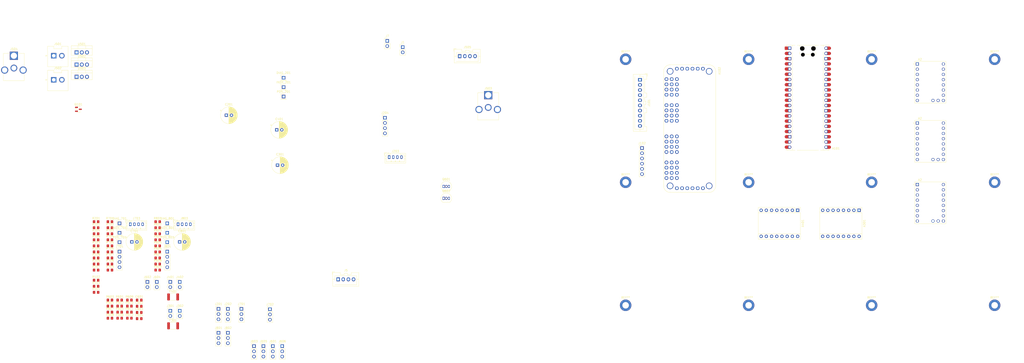
<source format=kicad_pcb>
(kicad_pcb (version 20241229) (generator "pcbnew") (generator_version "9.0")
  (layers (0 "F.Cu" signal) (2 "B.Cu" signal) (13 "F.Paste" user) (15 "B.Paste" user) (5 "F.SilkS" user "F.Silkscreen") (7 "B.SilkS" user "B.Silkscreen") (1 "F.Mask" user) (3 "B.Mask" user) (25 "Edge.Cuts" user))
  (net 0 "")
  (net 1 "GND")
  (net 2 "/UART1_TX")
  (net 3 "/UART0_TX")
  (net 4 "/UART1_RX")
  (net 5 "/VBUS")
  (net 6 "/I2C0_SDA")
  (net 7 "/~{RESET}")
  (net 8 "/I2C0_SCL")
  (net 9 "+3V3")
  (net 10 "Net-(A2-M1A)")
  (net 11 "/UART0_RX")
  (net 12 "/VSYS")
  (net 13 "/MS1")
  (net 14 "/DIAG")
  (net 15 "/UART")
  (net 16 "Net-(A2-M2A)")
  (net 17 "/SPRD")
  (net 18 "Net-(A2-M1B)")
  (net 19 "/DIR")
  (net 20 "/INDEX")
  (net 21 "/STEP")
  (net 22 "/MS2")
  (net 23 "/PDN")
  (net 24 "Net-(A2-M2B)")
  (net 25 "+24V")
  (net 26 "/~{EN}")
  (net 27 "+7.5V")
  (net 28 "+5V")
  (net 29 "/DC Motor Control_1/B_PWM")
  (net 30 "/LS_0")
  (net 31 "/LS_1")
  (net 32 "/DC Motor Control_1/B_IN1")
  (net 33 "/DC Motor Control_1/~{STBY}")
  (net 34 "/DC Motor Control_1/A_IN1")
  (net 35 "/DC Motor Control_1/A_PWM")
  (net 36 "/DC Motor Control_1/A_IN2")
  (net 37 "/DC Motor Control_1/B_IN2")
  (net 38 "/DC Motor Control_0/A_IN1")
  (net 39 "/DC Motor Control_0/B_PWM")
  (net 40 "/DC Motor Control_0/B_IN1")
  (net 41 "/DC Motor Control_0/A_IN2")
  (net 42 "/DC Motor Control_0/B_IN2")
  (net 43 "/DC Motor Control_0/A_PWM")
  (net 44 "/DC Motor Control_0/~{STBY}")
  (net 45 "+12V")
  (net 46 "/Stepper Module/M2A")
  (net 47 "/Stepper Module/M1A")
  (net 48 "/Stepper Module/M2B")
  (net 49 "/Stepper Module/M1B")
  (net 50 "/Hall_Switch_LED/HALL_SW_0")
  (net 51 "/Hall_Switch_LED/HALL_SW_1")
  (net 52 "/Hall_Switch_LED/HALL_SW_2")
  (net 53 "/Hall_Switch_LED/HALL_SW_3")
  (net 54 "Net-(A701-DIAG)")
  (net 55 "Net-(A801-DIAG)")
  (net 56 "Net-(A701-INDEX)")
  (net 57 "Net-(A801-INDEX)")
  (net 58 "/Stepper Module1/M1A")
  (net 59 "/Stepper Module1/M2B")
  (net 60 "/Stepper Module1/M2A")
  (net 61 "/Stepper Module1/M1B")
  (net 62 "/Stepper Module2/M1B")
  (net 63 "/Stepper Module2/M2B")
  (net 64 "/Stepper Module2/M1A")
  (net 65 "/Stepper Module2/M2A")
  (net 66 "Net-(A701-PDN)")
  (net 67 "Net-(A801-PDN)")
  (net 68 "/~{EN}_Stepper")
  (net 69 "Net-(J202-Pin_1)")
  (net 70 "Net-(J202-Pin_3)")
  (net 71 "Net-(J201-Pin_1)")
  (net 72 "Net-(J201-Pin_3)")
  (net 73 "/Hall_Switch_LED/LED1")
  (net 74 "/Hall_Switch_LED/LED2")
  (net 75 "/Stepper Module/SPREAD")
  (net 76 "/Stepper Module1/SPREAD")
  (net 77 "/Stepper Module2/SPREAD")
  (net 100 "Net-(A102-PWM_13)")
  (net 101 "Net-(A102-PWM_1)")
  (net 102 "Net-(A102-PWM_14)")
  (net 103 "Net-(A102-PWM_5)")
  (net 104 "Net-(A102-PWM_0)")
  (net 105 "Net-(A102-PWM_10)")
  (net 106 "Net-(A102-PWM_3)")
  (net 107 "Net-(A102-PWM_8)")
  (net 108 "Net-(A102-PWM_6)")
  (net 109 "Net-(A102-PWM_15)")
  (net 110 "Net-(A102-PWM_2)")
  (net 111 "Net-(A102-PWM_11)")
  (net 113 "Net-(A102-PWM_7)")
  (net 114 "Net-(A102-PWM_9)")
  (net 116 "Net-(A102-PWM_12)")
  (net 117 "Net-(A102-PWM_4)")
  (net 118 "Net-(A301-AO_2)")
  (net 119 "Net-(A301-AO_1)")
  (net 120 "Net-(A301-BO_1)")
  (net 121 "Net-(A301-VMOT)")
  (net 122 "Net-(A301-BO_2)")
  (net 123 "Net-(A401-AO_2)")
  (net 124 "Net-(A401-BO_1)")
  (net 125 "Net-(A401-VMOT)")
  (net 126 "Net-(A401-AO_1)")
  (net 127 "Net-(A401-BO_2)")
  (net 128 "Net-(A201-DIAG)")
  (net 129 "Net-(A201-INDEX)")
  (net 130 "/Stepper Module/MS1")
  (net 131 "/Stepper Module/MS2")
  (net 132 "Net-(J501-Pin_2)")
  (net 133 "Net-(J501-Pin_1)")
  (net 134 "Net-(J601-Pin_2)")
  (net 135 "Net-(J602-Pin_2)")
  (net 136 "Net-(J603-Pin_2)")
  (net 137 "Net-(J604-Pin_2)")
  (net 138 "Net-(J605-Pin_2)")
  (net 139 "Net-(J606-Pin_2)")
  (net 140 "Net-(J701-Pin_1)")
  (net 141 "Net-(J701-Pin_3)")
  (net 142 "/Stepper Module1/MS1")
  (net 143 "Net-(J702-Pin_1)")
  (net 144 "Net-(J702-Pin_3)")
  (net 145 "/Stepper Module1/MS2")
  (net 146 "Net-(J801-Pin_1)")
  (net 147 "Net-(J801-Pin_3)")
  (net 148 "/Stepper Module2/MS1")
  (net 149 "Net-(J802-Pin_1)")
  (net 150 "Net-(J802-Pin_3)")
  (net 151 "/Stepper Module2/MS2")
  (net 152 "Net-(A201-PDN)")
  (net 153 "Net-(Q601-G)")
  (net 154 "Net-(Q602-G)")
  (net 155 "Net-(U502-ADJ)")
  (footprint "Resistor_SMD:R_0805_2012Metric_Pad1.20x1.40mm_HandSolder" (layer "F.Cu") (at 83.455 155.39)
    (property "Reference" "R604" (at 0 -1.65 0) (layer "F.SilkS"))
    (property "Value" "10k")
    (pad "1" smd roundrect (at -1 0) (size 1.2 1.4) (layers "F.Cu" "F.Mask" "F.Paste") (roundrect_rratio 0.208333) (net 153 "Net-(Q601-G)"))
    (pad "2" smd roundrect (at 1 0) (size 1.2 1.4) (layers "F.Cu" "F.Mask" "F.Paste") (roundrect_rratio 0.208333) (net 1 "GND"))
  )
  (footprint "Resistor_SMD:R_0805_2012Metric_Pad1.20x1.40mm_HandSolder" (layer "F.Cu") (at 83.455 158.34)
    (property "Reference" "R607" (at 0 -1.65 0) (layer "F.SilkS"))
    (property "Value" "150")
    (pad "1" smd roundrect (at -1 0) (size 1.2 1.4) (layers "F.Cu" "F.Mask" "F.Paste") (roundrect_rratio 0.208333) (net 74 "/Hall_Switch_LED/LED2"))
    (pad "2" smd roundrect (at 1 0) (size 1.2 1.4) (layers "F.Cu" "F.Mask" "F.Paste") (roundrect_rratio 0.208333) (net 154 "Net-(Q602-G)"))
  )
  (footprint "Connector_PinHeader_2.54mm:PinHeader_1x03_P2.54mm_Vertical" (layer "F.Cu") (at 153.73 174.92)
    (property "Reference" "J603" (at 0 -2.38 0) (layer "F.SilkS"))
    (property "Value" "Generic 2.54mm")
    (pad "1" thru_hole rect (at 0 0) (size 1.7 1.7) (drill 1) (layers "*.Cu" "*.Mask") (net 1 "GND"))
    (pad "2" thru_hole circle (at 0 2.54) (size 1.7 1.7) (drill 1) (layers "*.Cu" "*.Mask") (net 136 "Net-(J603-Pin_2)"))
    (pad "3" thru_hole circle (at 0 5.08) (size 1.7 1.7) (drill 1) (layers "*.Cu" "*.Mask") (net 9 "+3V3"))
  )
  (footprint "Fuse:Fuse_1812_4532Metric_Pad1.30x3.40mm_HandSolder" (layer "F.Cu") (at 114.275 150.91)
    (property "Reference" "F401" (at 0 -2.65 0) (layer "F.SilkS"))
    (property "Value" "1812L150/24MR")
    (pad "1" smd roundrect (at -2.225 0) (size 1.3 3.4) (layers "F.Cu" "F.Mask" "F.Paste") (roundrect_rratio 0.192308) (net 125 "Net-(A401-VMOT)"))
    (pad "2" smd roundrect (at 2.225 0) (size 1.3 3.4) (layers "F.Cu" "F.Mask" "F.Paste") (roundrect_rratio 0.192308) (net 45 "+12V"))
  )
  (footprint "Resistor_SMD:R_0805_2012Metric_Pad1.20x1.40mm_HandSolder" (layer "F.Cu") (at 83.455 128.97)
    (property "Reference" "R706" (at 0 -1.65 0) (layer "F.SilkS"))
    (property "Value" "10k")
    (pad "1" smd roundrect (at -1 0) (size 1.2 1.4) (layers "F.Cu" "F.Mask" "F.Paste") (roundrect_rratio 0.208333) (net 9 "+3V3"))
    (pad "2" smd roundrect (at 1 0) (size 1.2 1.4) (layers "F.Cu" "F.Mask" "F.Paste") (roundrect_rratio 0.208333) (net 54 "Net-(A701-DIAG)"))
  )
  (footprint "Resistor_SMD:R_0805_2012Metric_Pad1.20x1.40mm_HandSolder" (layer "F.Cu") (at 76.705 145.72)
    (property "Reference" "R103" (at 0 -1.65 0) (layer "F.SilkS"))
    (property "Value" "10k")
    (pad "1" smd roundrect (at -1 0) (size 1.2 1.4) (layers "F.Cu" "F.Mask" "F.Paste") (roundrect_rratio 0.208333) (net 9 "+3V3"))
    (pad "2" smd roundrect (at 1 0) (size 1.2 1.4) (layers "F.Cu" "F.Mask" "F.Paste") (roundrect_rratio 0.208333) (net 6 "/I2C0_SDA"))
  )
  (footprint "Capacitor_THT:CP_Radial_D8.0mm_P2.50mm" (layer "F.Cu") (at 164.79 69.41)
    (property "Reference" "C401" (at 1.25 -5.25 0) (layer "F.SilkS"))
    (property "Value" "100uF")
    (pad "1" thru_hole roundrect (at 0 0) (size 1.6 1.6) (drill 0.8) (layers "*.Cu" "*.Mask") (roundrect_rratio 0.15625) (net 45 "+12V"))
    (pad "2" thru_hole circle (at 2.5 0) (size 1.6 1.6) (drill 0.8) (layers "*.Cu" "*.Mask") (net 1 "GND"))
  )
  (footprint "Connector_PinHeader_2.54mm:PinHeader_1x01_P2.54mm_Vertical" (layer "F.Cu") (at 88.125 115.04)
    (property "Reference" "DIAG_701" (at 0 -2.38 0) (layer "F.SilkS"))
    (property "Value" "PTH")
    (pad "1" thru_hole rect (at 0 0) (size 1.7 1.7) (drill 1) (layers "*.Cu" "*.Mask") (net 54 "Net-(A701-DIAG)"))
  )
  (footprint "MountingHole:MountingHole_3.2mm_M3_DIN965_Pad" (layer "F.Cu") (at 515 95)
    (property "Reference" "REF**" (at 0 -3.75 0) (layer "F.SilkS"))
    (property "Value" "MountingHole_3.2mm_M3_DIN965_Pad")
    (pad "1" thru_hole circle (at 0 0) (size 5.6 5.6) (drill 3.2) (layers "*.Cu" "*.Mask"))
  )
  (footprint "TMC2209_SILENTSTEPSTICK:MODULE_TMC2209_SILENTSTEPSTICK" (layer "F.Cu") (at 483.65 105)
    (property "Reference" "A2" (at -5.075 -11.155 0) (layer "F.SilkS"))
    (property "Value" "TMC2209_SILENTSTEPSTICK")
    (pad "1" thru_hole rect (at -6.35 -8.89) (size 1.508 1.508) (drill 1) (layers "*.Cu" "*.Mask"))
    (pad "2" thru_hole circle (at -6.35 -6.35) (size 1.508 1.508) (drill 1) (layers "*.Cu" "*.Mask"))
    (pad "3" thru_hole circle (at -6.35 -3.81) (size 1.508 1.508) (drill 1) (layers "*.Cu" "*.Mask"))
    (pad "4" thru_hole circle (at -6.35 -1.27) (size 1.508 1.508) (drill 1) (layers "*.Cu" "*.Mask"))
    (pad "5" thru_hole circle (at -6.35 1.27) (size 1.508 1.508) (drill 1) (layers "*.Cu" "*.Mask"))
    (pad "6" thru_hole circle (at -6.35 3.81) (size 1.508 1.508) (drill 1) (layers "*.Cu" "*.Mask"))
    (pad "7" thru_hole circle (at -6.35 6.35) (size 1.508 1.508) (drill 1) (layers "*.Cu" "*.Mask"))
    (pad "8" thru_hole circle (at -6.35 8.89) (size 1.508 1.508) (drill 1) (layers "*.Cu" "*.Mask"))
    (pad "9" thru_hole circle (at 6.35 -8.89) (size 1.508 1.508) (drill 1) (layers "*.Cu" "*.Mask"))
    (pad "10" thru_hole circle (at 6.35 -6.35) (size 1.508 1.508) (drill 1) (layers "*.Cu" "*.Mask"))
    (pad "11" thru_hole circle (at 6.35 -3.81) (size 1.508 1.508) (drill 1) (layers "*.Cu" "*.Mask"))
    (pad "12" thru_hole circle (at 6.35 -1.27) (size 1.508 1.508) (drill 1) (layers "*.Cu" "*.Mask"))
    (pad "13" thru_hole circle (at 6.35 1.27) (size 1.508 1.508) (drill 1) (layers "*.Cu" "*.Mask"))
    (pad "14" thru_hole circle (at 6.35 3.81) (size 1.508 1.508) (drill 1) (layers "*.Cu" "*.Mask"))
    (pad "15" thru_hole circle (at 6.35 6.35) (size 1.508 1.508) (drill 1) (layers "*.Cu" "*.Mask"))
    (pad "16" thru_hole circle (at 6.35 8.89) (size 1.508 1.508) (drill 1) (layers "*.Cu" "*.Mask"))
    (pad "17" thru_hole circle (at 1.27 8.89) (size 1.508 1.508) (drill 1) (layers "*.Cu" "*.Mask"))
    (pad "18" thru_hole circle (at 3.81 8.89) (size 1.508 1.508) (drill 1) (layers "*.Cu" "*.Mask"))
  )
  (footprint "Package_TO_SOT_THT:TO-220-3_Vertical" (layer "F.Cu") (at 67.185 37.6)
    (property "Reference" "U502" (at 2.54 -4.1 0) (layer "F.SilkS"))
    (property "Value" "LM317_TO-220")
    (pad "1" thru_hole rect (at 0 0) (size 1.905 2) (drill 1.1) (layers "*.Cu" "*.Mask") (net 155 "Net-(U502-ADJ)"))
    (pad "2" thru_hole oval (at 2.54 0) (size 1.905 2) (drill 1.1) (layers "*.Cu" "*.Mask") (net 27 "+7.5V"))
    (pad "3" thru_hole oval (at 5.08 0) (size 1.905 2) (drill 1.1) (layers "*.Cu" "*.Mask") (net 25 "+24V"))
  )
  (footprint "Resistor_SMD:R_0805_2012Metric_Pad1.20x1.40mm_HandSolder" (layer "F.Cu") (at 106.745 126.02)
    (property "Reference" "R805" (at 0 -1.65 0) (layer "F.SilkS"))
    (property "Value" "10k")
    (pad "1" smd roundrect (at -1 0) (size 1.2 1.4) (layers "F.Cu" "F.Mask" "F.Paste") (roundrect_rratio 0.208333) (net 150 "Net-(J802-Pin_3)"))
    (pad "2" smd roundrect (at 1 0) (size 1.2 1.4) (layers "F.Cu" "F.Mask" "F.Paste") (roundrect_rratio 0.208333) (net 1 "GND"))
  )
  (footprint "Resistor_SMD:R_0805_2012Metric_Pad1.20x1.40mm_HandSolder" (layer "F.Cu") (at 92.955 152.44)
    (property "Reference" "R609" (at 0 -1.65 0) (layer "F.SilkS"))
    (property "Value" "10K")
    (pad "1" smd roundrect (at -1 0) (size 1.2 1.4) (layers "F.Cu" "F.Mask" "F.Paste") (roundrect_rratio 0.208333) (net 9 "+3V3"))
    (pad "2" smd roundrect (at 1 0) (size 1.2 1.4) (layers "F.Cu" "F.Mask" "F.Paste") (roundrect_rratio 0.208333) (net 138 "Net-(J605-Pin_2)"))
  )
  (footprint "Connector_PinHeader_2.54mm:PinHeader_1x03_P2.54mm_Vertical" (layer "F.Cu") (at 158.32 174.92)
    (property "Reference" "J605" (at 0 -2.38 0) (layer "F.SilkS"))
    (property "Value" "Generic 2.54mm")
    (pad "1" thru_hole rect (at 0 0) (size 1.7 1.7) (drill 1) (layers "*.Cu" "*.Mask") (net 1 "GND"))
    (pad "2" thru_hole circle (at 0 2.54) (size 1.7 1.7) (drill 1) (layers "*.Cu" "*.Mask") (net 138 "Net-(J605-Pin_2)"))
    (pad "3" thru_hole circle (at 0 5.08) (size 1.7 1.7) (drill 1) (layers "*.Cu" "*.Mask") (net 9 "+3V3"))
  )
  (footprint "Connector_PinHeader_2.54mm:PinHeader_1x03_P2.54mm_Vertical" (layer "F.Cu") (at 167.5 174.92)
    (property "Reference" "J606" (at 0 -2.38 0) (layer "F.SilkS"))
    (property "Value" "Generic 2.54mm")
    (pad "1" thru_hole rect (at 0 0) (size 1.7 1.7) (drill 1) (layers "*.Cu" "*.Mask") (net 1 "GND"))
    (pad "2" thru_hole circle (at 0 2.54) (size 1.7 1.7) (drill 1) (layers "*.Cu" "*.Mask") (net 139 "Net-(J606-Pin_2)"))
    (pad "3" thru_hole circle (at 0 5.08) (size 1.7 1.7) (drill 1) (layers "*.Cu" "*.Mask") (net 9 "+3V3"))
  )
  (footprint "Resistor_SMD:R_0805_2012Metric_Pad1.20x1.40mm_HandSolder" (layer "F.Cu") (at 83.455 120.12)
    (property "Reference" "R703" (at 0 -1.65 0) (layer "F.SilkS"))
    (property "Value" "10k")
    (pad "1" smd roundrect (at -1 0) (size 1.2 1.4) (layers "F.Cu" "F.Mask" "F.Paste") (roundrect_rratio 0.208333) (net 9 "+3V3"))
    (pad "2" smd roundrect (at 1 0) (size 1.2 1.4) (layers "F.Cu" "F.Mask" "F.Paste") (roundrect_rratio 0.208333) (net 143 "Net-(J702-Pin_1)"))
  )
  (footprint "Connector_PinHeader_2.54mm:PinHeader_1x03_P2.54mm_Vertical" (layer "F.Cu") (at 141 168.42)
    (property "Reference" "J802" (at 0 -2.38 0) (layer "F.SilkS"))
    (property "Value" "Jumper Pins")
    (pad "1" thru_hole rect (at 0 0) (size 1.7 1.7) (drill 1) (layers "*.Cu" "*.Mask") (net 149 "Net-(J802-Pin_1)"))
    (pad "2" thru_hole circle (at 0 2.54) (size 1.7 1.7) (drill 1) (layers "*.Cu" "*.Mask") (net 151 "/Stepper Module2/MS2"))
    (pad "3" thru_hole circle (at 0 5.08) (size 1.7 1.7) (drill 1) (layers "*.Cu" "*.Mask") (net 150 "Net-(J802-Pin_3)"))
  )
  (footprint "Connector_PinHeader_2.54mm:PinHeader_1x01_P2.54mm_Vertical" (layer "F.Cu") (at 168.16 44)
    (property "Reference" "DIAG_201" (at 0 -2.38 0) (layer "F.SilkS"))
    (property "Value" "PTH")
    (pad "1" thru_hole rect (at 0 0) (size 1.7 1.7) (drill 1) (layers "*.Cu" "*.Mask") (net 128 "Net-(A201-DIAG)"))
  )
  (footprint "Connector_BarrelJack:BarrelJack_CUI_PJ-063AH_Horizontal_CircularHoles" (layer "F.Cu") (at 36.605 33.27)
    (property "Reference" "J504" (at 0 -3.3 0) (layer "F.SilkS"))
    (property "Value" "Barrel_Jack")
    (pad "" np_thru_hole circle (at 0 9) (size 1.6 1.6) (drill 1.6) (layers "*.Cu" "*.Mask"))
    (pad "1" thru_hole rect (at 0 0) (size 4 4) (drill 3) (layers "*.Cu" "*.Mask") (net 25 "+24V"))
    (pad "2" thru_hole circle (at 0 6) (size 3.3 3.3) (drill 2.3) (layers "*.Cu" "*.Mask") (net 1 "GND"))
    (pad "MP" thru_hole circle (at -4.5 7) (size 3.5 3.5) (drill 2.5) (layers "*.Cu" "*.Mask"))
    (pad "MP" thru_hole circle (at 4.5 7) (size 3.5 3.5) (drill 2.5) (layers "*.Cu" "*.Mask"))
  )
  (footprint "Connector_PinHeader_2.54mm:PinHeader_1x02_P2.54mm_Vertical" (layer "F.Cu") (at 117.505 143.59)
    (property "Reference" "J402" (at 0 -2.38 0) (layer "F.SilkS"))
    (property "Value" "Conn_01x02")
    (pad "1" thru_hole rect (at 0 0) (size 1.7 1.7) (drill 1) (layers "*.Cu" "*.Mask") (net 124 "Net-(A401-BO_1)"))
    (pad "2" thru_hole circle (at 0 2.54) (size 1.7 1.7) (drill 1) (layers "*.Cu" "*.Mask") (net 127 "Net-(A401-BO_2)"))
  )
  (footprint "Connector_JST:JST_XA_B10B-XASK-1-A_1x10_P2.50mm_Vertical" (layer "F.Cu") (at 342 45 -90)
    (property "Reference" "J101" (at 11.25 -4.4 90) (layer "F.SilkS"))
    (property "Value" "Conn_01x10")
    (pad "" np_thru_hole circle (at -1.6 1.6 270) (size 1.25 1.25) (drill 1.25) (layers "*.Cu" "*.Mask"))
    (pad "1" thru_hole roundrect (at 0 0 270) (size 1.7 1.95) (drill 0.95) (layers "*.Cu" "*.Mask") (roundrect_rratio 0.147059) (net 104 "Net-(A102-PWM_0)"))
    (pad "2" thru_hole oval (at 2.5 0 270) (size 1.7 1.95) (drill 0.95) (layers "*.Cu" "*.Mask") (net 101 "Net-(A102-PWM_1)"))
    (pad "3" thru_hole oval (at 5 0 270) (size 1.7 1.95) (drill 0.95) (layers "*.Cu" "*.Mask") (net 110 "Net-(A102-PWM_2)"))
    (pad "4" thru_hole oval (at 7.5 0 270) (size 1.7 1.95) (drill 0.95) (layers "*.Cu" "*.Mask") (net 106 "Net-(A102-PWM_3)"))
    (pad "5" thru_hole oval (at 10 0 270) (size 1.7 1.95) (drill 0.95) (layers "*.Cu" "*.Mask") (net 117 "Net-(A102-PWM_4)"))
    (pad "6" thru_hole oval (at 12.5 0 270) (size 1.7 1.95) (drill 0.95) (layers "*.Cu" "*.Mask") (net 103 "Net-(A102-PWM_5)"))
    (pad "7" thru_hole oval (at 15 0 270) (size 1.7 1.95) (drill 0.95) (layers "*.Cu" "*.Mask") (net 108 "Net-(A102-PWM_6)"))
    (pad "8" thru_hole oval (at 17.5 0 270) (size 1.7 1.95) (drill 0.95) (layers "*.Cu" "*.Mask") (net 113 "Net-(A102-PWM_7)"))
    (pad "9" thru_hole oval (at 20 0 270) (size 1.7 1.95) (drill 0.95) (layers "*.Cu" "*.Mask") (net 107 "Net-(A102-PWM_8)"))
    (pad "10" thru_hole oval (at 22.5 0 270) (size 1.7 1.95) (drill 0.95) (layers "*.Cu" "*.Mask") (net 114 "Net-(A102-PWM_9)"))
  )
  (footprint "Resistor_SMD:R_0805_2012Metric_Pad1.20x1.40mm_HandSolder" (layer "F.Cu") (at 76.705 114.22)
    (property "Reference" "R201" (at 0 -1.65 0) (layer "F.SilkS"))
    (property "Value" "10k")
    (pad "1" smd roundrect (at -1 0) (size 1.2 1.4) (layers "F.Cu" "F.Mask" "F.Paste") (roundrect_rratio 0.208333) (net 9 "+3V3"))
    (pad "2" smd roundrect (at 1 0) (size 1.2 1.4) (layers "F.Cu" "F.Mask" "F.Paste") (roundrect_rratio 0.208333) (net 68 "/~{EN}_Stepper"))
  )
  (footprint "Module:Pololu_Breakout-16_15.2x20.3mm" (layer "F.Cu") (at 418.89 108.66 -90)
    (property "Reference" "A401" (at 6.35 -2.54 90) (layer "F.SilkS"))
    (property "Value" "Pololu_Breakout_TB6612FNG")
    (pad "1" thru_hole rect (at 0 0 270) (size 1.6 1.6) (drill 0.8) (layers "*.Cu" "*.Mask") (net 35 "/DC Motor Control_1/A_PWM"))
    (pad "2" thru_hole oval (at 0 2.54 270) (size 1.6 1.6) (drill 0.8) (layers "*.Cu" "*.Mask") (net 36 "/DC Motor Control_1/A_IN2"))
    (pad "3" thru_hole oval (at 0 5.08 270) (size 1.6 1.6) (drill 0.8) (layers "*.Cu" "*.Mask") (net 34 "/DC Motor Control_1/A_IN1"))
    (pad "4" thru_hole oval (at 0 7.62 270) (size 1.6 1.6) (drill 0.8) (layers "*.Cu" "*.Mask") (net 33 "/DC Motor Control_1/~{STBY}"))
    (pad "5" thru_hole oval (at 0 10.16 270) (size 1.6 1.6) (drill 0.8) (layers "*.Cu" "*.Mask") (net 32 "/DC Motor Control_1/B_IN1"))
    (pad "6" thru_hole oval (at 0 12.7 270) (size 1.6 1.6) (drill 0.8) (layers "*.Cu" "*.Mask") (net 37 "/DC Motor Control_1/B_IN2"))
    (pad "7" thru_hole oval (at 0 15.24 270) (size 1.6 1.6) (drill 0.8) (layers "*.Cu" "*.Mask") (net 29 "/DC Motor Control_1/B_PWM"))
    (pad "8" thru_hole oval (at 0 17.78 270) (size 1.6 1.6) (drill 0.8) (layers "*.Cu" "*.Mask") (net 1 "GND"))
    (pad "9" thru_hole oval (at 12.7 17.78 270) (size 1.6 1.6) (drill 0.8) (layers "*.Cu" "*.Mask") (net 1 "GND"))
    (pad "10" thru_hole oval (at 12.7 15.24 270) (size 1.6 1.6) (drill 0.8) (layers "*.Cu" "*.Mask") (net 125 "Net-(A401-VMOT)"))
    (pad "11" thru_hole oval (at 12.7 12.7 270) (size 1.6 1.6) (drill 0.8) (layers "*.Cu" "*.Mask") (net 124 "Net-(A401-BO_1)"))
    (pad "12" thru_hole oval (at 12.7 10.16 270) (size 1.6 1.6) (drill 0.8) (layers "*.Cu" "*.Mask") (net 127 "Net-(A401-BO_2)"))
    (pad "13" thru_hole oval (at 12.7 7.62 270) (size 1.6 1.6) (drill 0.8) (layers "*.Cu" "*.Mask") (net 123 "Net-(A401-AO_2)"))
    (pad "14" thru_hole oval (at 12.7 5.08 270) (size 1.6 1.6) (drill 0.8) (layers "*.Cu" "*.Mask") (net 126 "Net-(A401-AO_1)"))
    (pad "15" thru_hole oval (at 12.7 2.54 270) (size 1.6 1.6) (drill 0.8) (layers "*.Cu" "*.Mask") (net 9 "+3V3"))
    (pad "16" thru_hole oval (at 12.7 0 270) (size 1.6 1.6) (drill 0.8) (layers "*.Cu" "*.Mask") (net 1 "GND"))
  )
  (footprint "Resistor_SMD:R_0805_2012Metric_Pad1.20x1.40mm_HandSolder" (layer "F.Cu") (at 83.455 161.29)
    (property "Reference" "R608" (at 0 -1.65 0) (layer "F.SilkS"))
    (property "Value" "10k")
    (pad "1" smd roundrect (at -1 0) (size 1.2 1.4) (layers "F.Cu" "F.Mask" "F.Paste") (roundrect_rratio 0.208333) (net 154 "Net-(Q602-G)"))
    (pad "2" smd roundrect (at 1 0) (size 1.2 1.4) (layers "F.Cu" "F.Mask" "F.Paste") (roundrect_rratio 0.208333) (net 1 "GND"))
  )
  (footprint "Connector_PinHeader_2.54mm:PinHeader_1x02_P2.54mm_Vertical" (layer "F.Cu") (at 101.735 143.59)
    (property "Reference" "J602" (at 0 -2.38 0) (layer "F.SilkS"))
    (property "Value" "Generic 2.54mm")
    (pad "1" thru_hole rect (at 0 0) (size 1.7 1.7) (drill 1) (layers "*.Cu" "*.Mask") (net 25 "+24V"))
    (pad "2" thru_hole circle (at 0 2.54) (size 1.7 1.7) (drill 1) (layers "*.Cu" "*.Mask") (net 135 "Net-(J602-Pin_2)"))
  )
  (footprint "815:MODULE_815" (layer "F.Cu") (at 366.223 68.81 -90)
    (property "Reference" "A102" (at -28.19 -14.585 90) (layer "F.SilkS"))
    (property "Value" "815")
    (pad "0" thru_hole circle (at -24.13 6.223 270) (size 1.778 1.778) (drill 1) (layers "*.Cu" "*.Mask") (net 104 "Net-(A102-PWM_0)"))
    (pad "1" thru_hole circle (at -21.59 6.223 270) (size 1.778 1.778) (drill 1) (layers "*.Cu" "*.Mask") (net 101 "Net-(A102-PWM_1)"))
    (pad "2" thru_hole circle (at -19.05 6.223 270) (size 1.778 1.778) (drill 1) (layers "*.Cu" "*.Mask") (net 110 "Net-(A102-PWM_2)"))
    (pad "3" thru_hole circle (at -16.51 6.223 270) (size 1.778 1.778) (drill 1) (layers "*.Cu" "*.Mask") (net 106 "Net-(A102-PWM_3)"))
    (pad "4" thru_hole circle (at -11.43 6.223 270) (size 1.778 1.778) (drill 1) (layers "*.Cu" "*.Mask") (net 117 "Net-(A102-PWM_4)"))
    (pad "5" thru_hole circle (at -8.89 6.223 270) (size 1.778 1.778) (drill 1) (layers "*.Cu" "*.Mask") (net 103 "Net-(A102-PWM_5)"))
    (pad "6" thru_hole circle (at -6.35 6.223 270) (size 1.778 1.778) (drill 1) (layers "*.Cu" "*.Mask") (net 108 "Net-(A102-PWM_6)"))
    (pad "7" thru_hole circle (at -3.81 6.223 270) (size 1.778 1.778) (drill 1) (layers "*.Cu" "*.Mask") (net 113 "Net-(A102-PWM_7)"))
    (pad "8" thru_hole circle (at 3.81 6.223 270) (size 1.778 1.778) (drill 1) (layers "*.Cu" "*.Mask") (net 107 "Net-(A102-PWM_8)"))
    (pad "9" thru_hole circle (at 6.35 6.223 270) (size 1.778 1.778) (drill 1) (layers "*.Cu" "*.Mask") (net 114 "Net-(A102-PWM_9)"))
    (pad "10" thru_hole circle (at 8.89 6.223 270) (size 1.778 1.778) (drill 1) (layers "*.Cu" "*.Mask") (net 105 "Net-(A102-PWM_10)"))
    (pad "11" thru_hole circle (at 11.43 6.223 270) (size 1.778 1.778) (drill 1) (layers "*.Cu" "*.Mask") (net 111 "Net-(A102-PWM_11)"))
    (pad "12" thru_hole circle (at 16.51 6.223 270) (size 1.778 1.778) (drill 1) (layers "*.Cu" "*.Mask") (net 116 "Net-(A102-PWM_12)"))
    (pad "13" thru_hole circle (at 19.05 6.223 270) (size 1.778 1.778) (drill 1) (layers "*.Cu" "*.Mask") (net 100 "Net-(A102-PWM_13)"))
    (pad "14" thru_hole circle (at 21.59 6.223 270) (size 1.778 1.778) (drill 1) (layers "*.Cu" "*.Mask") (net 102 "Net-(A102-PWM_14)"))
    (pad "15" thru_hole circle (at 24.13 6.223 270) (size 1.778 1.778) (drill 1) (layers "*.Cu" "*.Mask") (net 109 "Net-(A102-PWM_15)"))
    (pad "GND_1" thru_hole circle (at -29.21 -6.477 270) (size 1.778 1.778) (drill 1.016) (layers "*.Cu" "*.Mask") (net 1 "GND"))
    (pad "GND_2" thru_hole circle (at 29.083 -6.477 270) (size 1.778 1.778) (drill 1.016) (layers "*.Cu" "*.Mask") (net 1 "GND"))
    (pad "GND_3" thru_hole circle (at -24.13 11.303 270) (size 1.778 1.778) (drill 1) (layers "*.Cu" "*.Mask") (net 1 "GND"))
    (pad "GND_4" thru_hole circle (at -21.59 11.303 270) (size 1.778 1.778) (drill 1) (layers "*.Cu" "*.Mask") (net 1 "GND"))
    (pad "GND_5" thru_hole circle (at -19.05 11.303 270) (size 1.778 1.778) (drill 1) (layers "*.Cu" "*.Mask") (net 1 "GND"))
    (pad "GND_6" thru_hole circle (at -16.51 11.303 270) (size 1.778 1.778) (drill 1) (layers "*.Cu" "*.Mask") (net 1 "GND"))
    (pad "GND_7" thru_hole circle (at -11.43 11.303 270) (size 1.778 1.778) (drill 1) (layers "*.Cu" "*.Mask") (net 1 "GND"))
    (pad "GND_8" thru_hole circle (at -8.89 11.303 270) (size 1.778 1.778) (drill 1) (layers "*.Cu" "*.Mask") (net 1 "GND"))
    (pad "GND_9" thru_hole circle (at -6.35 11.303 270) (size 1.778 1.778) (drill 1) (layers "*.Cu" "*.Mask") (net 1 "GND"))
    (pad "GND_10" thru_hole circle (at -3.81 11.303 270) (size 1.778 1.778) (drill 1) (layers "*.Cu" "*.Mask") (net 1 "GND"))
    (pad "GND_11" thru_hole circle (at 3.81 11.303 270) (size 1.778 1.778) (drill 1) (layers "*.Cu" "*.Mask") (net 1 "GND"))
    (pad "GND_12" thru_hole circle (at 6.35 11.303 270) (size 1.778 1.778) (drill 1) (layers "*.Cu" "*.Mask") (net 1 "GND"))
    (pad "GND_13" thru_hole circle (at 8.89 11.303 270) (size 1.778 1.778) (drill 1) (layers "*.Cu" "*.Mask") (net 1 "GND"))
    (pad "GND_14" thru_hole circle (at 11.43 11.303 270) (size 1.778 1.778) (drill 1) (layers "*.Cu" "*.Mask") (net 1 "GND"))
    (pad "GND_15" thru_hole circle (at 16.51 11.303 270) (size 1.778 1.778) (drill 1) (layers "*.Cu" "*.Mask") (net 1 "GND"))
    (pad "GND_16" thru_hole circle (at 19.05 11.303 270) (size 1.778 1.778) (drill 1) (layers "*.Cu" "*.Mask") (net 1 "GND"))
    (pad "GND_17" thru_hole circle (at 21.59 11.303 270) (size 1.778 1.778) (drill 1) (layers "*.Cu" "*.Mask") (net 1 "GND"))
    (pad "GND_18" thru_hole circle (at 24.13 11.303 270) (size 1.778 1.778) (drill 1) (layers "*.Cu" "*.Mask") (net 1 "GND"))
    (pad "OE_1" thru_hole circle (at -29.21 -3.937 270) (size 1.778 1.778) (drill 1.016) (layers "*.Cu" "*.Mask"))
    (pad "OE_2" thru_hole circle (at 29.083 -3.937 270) (size 1.778 1.778) (drill 1.016) (layers "*.Cu" "*.Mask"))
    (pad "S1" thru_hole circle (at -27.94 -9.525 270) (size 3.2 3.2) (drill 2.5) (layers "*.Cu" "*.Mask"))
    (pad "S2" thru_hole circle (at 27.94 -9.525 270) (size 3.2 3.2) (drill 2.5) (layers "*.Cu" "*.Mask"))
    (pad "S3" thru_hole circle (at -27.94 9.525 270) (size 3.2 3.2) (drill 2.5) (layers "*.Cu" "*.Mask"))
    (pad "S4" thru_hole circle (at 27.94 9.525 270) (size 3.2 3.2) (drill 2.5) (layers "*.Cu" "*.Mask"))
    (pad "SCL_1" thru_hole circle (at -29.21 -1.397 270) (size 1.778 1.778) (drill 1.016) (layers "*.Cu" "*.Mask") (net 8 "/I2C0_SCL"))
    (pad "SCL_2" thru_hole circle (at 29.083 -1.397 270) (size 1.778 1.778) (drill 1.016) (layers "*.Cu" "*.Mask") (net 8 "/I2C0_SCL"))
    (pad "SDA_1" thru_hole circle (at -29.21 1.143 270) (size 1.778 1.778) (drill 1.016) (layers "*.Cu" "*.Mask") (net 6 "/I2C0_SDA"))
    (pad "SDA_2" thru_hole circle (at 29.083 1.143 270) (size 1.778 1.778) (drill 1.016) (layers "*.Cu" "*.Mask") (net 6 "/I2C0_SDA"))
    (pad "V+_1" thru_hole circle (at -29.21 6.223 270) (size 1.778 1.778) (drill 1.016) (layers "*.Cu" "*.Mask") (net 27 "+7.5V"))
    (pad "V+_2" thru_hole circle (at 29.083 6.223 270) (size 1.778 1.778) (drill 1.016) (layers "*.Cu" "*.Mask") (net 27 "+7.5V"))
    (pad "V+_3" thru_hole circle (at -24.13 8.763 270) (size 1.778 1.778) (drill 1) (layers "*.Cu" "*.Mask") (net 27 "+7.5V"))
    (pad "V+_4" thru_hole circle (at -21.59 8.763 270) (size 1.778 1.778) (drill 1) (layers "*.Cu" "*.Mask") (net 27 "+7.5V"))
    (pad "V+_5" thru_hole circle (at -19.05 8.763 270) (size 1.778 1.778) (drill 1) (layers "*.Cu" "*.Mask") (net 27 "+7.5V"))
    (pad "V+_6" thru_hole circle (at -16.51 8.763 270) (size 1.778 1.778) (drill 1) (layers "*.Cu" "*.Mask") (net 27 "+7.5V"))
    (pad "V+_7" thru_hole circle (at -11.43 8.763 270) (size 1.778 1.778) (drill 1) (layers "*.Cu" "*.Mask") (net 27 "+7.5V"))
    (pad "V+_8" thru_hole circle (at -8.89 8.763 270) (size 1.778 1.778) (drill 1) (layers "*.Cu" "*.Mask") (net 27 "+7.5V"))
    (pad "V+_9" thru_hole circle (at -6.35 8.763 270) (size 1.778 1.778) (drill 1) (layers "*.Cu" "*.Mask") (net 27 "+7.5V"))
    (pad "V+_10" thru_hole circle (at -3.81 8.763 270) (size 1.778 1.778) (drill 1) (layers "*.Cu" "*.Mask") (net 27 "+7.5V"))
    (pad "V+_11" thru_hole circle (at 3.81 8.763 270) (size 1.778 1.778) (drill 1) (layers "*.Cu" "*.Mask") (net 27 "+7.5V"))
    (pad "V+_12" thru_hole circle (at 6.35 8.763 270) (size 1.778 1.778) (drill 1) (layers "*.Cu" "*.Mask") (net 27 "+7.5V"))
    (pad "V+_13" thru_hole circle (at 8.89 8.763 270) (size 1.778 1.778) (drill 1) (layers "*.Cu" "*.Mask") (net 27 "+7.5V"))
    (pad "V+_14" thru_hole circle (at 11.43 8.763 270) (size 1.778 1.778) (drill 1) (layers "*.Cu" "*.Mask") (net 27 "+7.5V"))
    (pad "V+_15" thru_hole circle (at 16.51 8.763 270) (size 1.778 1.778) (drill 1) (layers "*.Cu" "*.Mask") (net 27 "+7.5V"))
    (pad "V+_16" thru_hole circle (at 19.05 8.763 270) (size 1.778 1.778) (drill 1) (layers "*.Cu" "*.Mask") (net 27 "+7.5V"))
    (pad "V+_17" thru_hole circle (at 21.59 8.763 270) (size 1.778 1.778) (drill 1) (layers "*.Cu" "*.Mask") (net 27 "+7.5V"))
    (pad "V+_18" thru_hole circle (at 24.13 8.763 270) (size 1.778 1.778) (drill 1) (layers "*.Cu" "*.Mask") (net 27 "+7.5V"))
    (pad "VCC_1" thru_hole circle (at -29.21 3.683 270) (size 1.778 1.778) (drill 1.016) (layers "*.Cu" "*.Mask") (net 28 "+5V"))
    (pad "VCC_2" thru_hole circle (at 29.083 3.683 270) (size 1.778 1.778) (drill 1.016) (layers "*.Cu" "*.Mask") (net 28 "+5V"))
  )
  (footprint "TMC2209_SILENTSTEPSTICK:MODULE_TMC2209_SILENTSTEPSTICK" (layer "F.Cu") (at 483.65 75)
    (property "Reference" "A2" (at -5.075 -11.155 0) (layer "F.SilkS"))
    (property "Value" "TMC2209_SILENTSTEPSTICK")
    (pad "1" thru_hole rect (at -6.35 -8.89) (size 1.508 1.508) (drill 1) (layers "*.Cu" "*.Mask"))
    (pad "2" thru_hole circle (at -6.35 -6.35) (size 1.508 1.508) (drill 1) (layers "*.Cu" "*.Mask"))
    (pad "3" thru_hole circle (at -6.35 -3.81) (size 1.508 1.508) (drill 1) (layers "*.Cu" "*.Mask"))
    (pad "4" thru_hole circle (at -6.35 -1.27) (size 1.508 1.508) (drill 1) (layers "*.Cu" "*.Mask"))
    (pad "5" thru_hole circle (at -6.35 1.27) (size 1.508 1.508) (drill 1) (layers "*.Cu" "*.Mask"))
    (pad "6" thru_hole circle (at -6.35 3.81) (size 1.508 1.508) (drill 1) (layers "*.Cu" "*.Mask"))
    (pad "7" thru_hole circle (at -6.35 6.35) (size 1.508 1.508) (drill 1) (layers "*.Cu" "*.Mask"))
    (pad "8" thru_hole circle (at -6.35 8.89) (size 1.508 1.508) (drill 1) (layers "*.Cu" "*.Mask"))
    (pad "9" thru_hole circle (at 6.35 -8.89) (size 1.508 1.508) (drill 1) (layers "*.Cu" "*.Mask"))
    (pad "10" thru_hole circle (at 6.35 -6.35) (size 1.508 1.508) (drill 1) (layers "*.Cu" "*.Mask"))
    (pad "11" thru_hole circle (at 6.35 -3.81) (size 1.508 1.508) (drill 1) (layers "*.Cu" "*.Mask"))
    (pad "12" thru_hole circle (at 6.35 -1.27) (size 1.508 1.508) (drill 1) (layers "*.Cu" "*.Mask"))
    (pad "13" thru_hole circle (at 6.35 1.27) (size 1.508 1.508) (drill 1) (layers "*.Cu" "*.Mask"))
    (pad "14" thru_hole circle (at 6.35 3.81) (size 1.508 1.508) (drill 1) (layers "*.Cu" "*.Mask"))
    (pad "15" thru_hole circle (at 6.35 6.35) (size 1.508 1.508) (drill 1) (layers "*.Cu" "*.Mask"))
    (pad "16" thru_hole circle (at 6.35 8.89) (size 1.508 1.508) (drill 1) (layers "*.Cu" "*.Mask"))
    (pad "17" thru_hole circle (at 1.27 8.89) (size 1.508 1.508) (drill 1) (layers "*.Cu" "*.Mask"))
    (pad "18" thru_hole circle (at 3.81 8.89) (size 1.508 1.508) (drill 1) (layers "*.Cu" "*.Mask"))
  )
  (footprint "Package_TO_SOT_THT:TO-92_Inline" (layer "F.Cu") (at 246.25 102.83)
    (property "Reference" "Q602" (at 1.27 -3.56 0) (layer "F.SilkS"))
    (property "Value" "TBD")
    (pad "1" thru_hole rect (at 0 0) (size 1.05 1.5) (drill 0.75) (layers "*.Cu" "*.Mask") (net 1 "GND"))
    (pad "2" thru_hole oval (at 1.27 0) (size 1.05 1.5) (drill 0.75) (layers "*.Cu" "*.Mask") (net 154 "Net-(Q602-G)"))
    (pad "3" thru_hole oval (at 2.54 0) (size 1.05 1.5) (drill 0.75) (layers "*.Cu" "*.Mask") (net 137 "Net-(J604-Pin_2)"))
  )
  (footprint "Connector_PinHeader_2.54mm:PinHeader_1x01_P2.54mm_Vertical" (layer "F.Cu") (at 168.16 53.18)
    (property "Reference" "PDN_201" (at 0 -2.38 0) (layer "F.SilkS"))
    (property "Value" "PTH")
    (pad "1" thru_hole rect (at 0 0) (size 1.7 1.7) (drill 1) (layers "*.Cu" "*.Mask") (net 152 "Net-(A201-PDN)"))
  )
  (footprint "Package_TO_SOT_THT:TO-220-3_Vertical" (layer "F.Cu") (at 67.185 43.55)
    (property "Reference" "U503" (at 2.54 -4.1 0) (layer "F.SilkS"))
    (property "Value" "LM7812_TO220")
    (pad "1" thru_hole rect (at 0 0) (size 1.905 2) (drill 1.1) (layers "*.Cu" "*.Mask") (net 25 "+24V"))
    (pad "2" thru_hole oval (at 2.54 0) (size 1.905 2) (drill 1.1) (layers "*.Cu" "*.Mask") (net 1 "GND"))
    (pad "3" thru_hole oval (at 5.08 0) (size 1.905 2) (drill 1.1) (layers "*.Cu" "*.Mask") (net 45 "+12V"))
  )
  (footprint "Resistor_SMD:R_0805_2012Metric_Pad1.20x1.40mm_HandSolder" (layer "F.Cu") (at 88.205 152.44)
    (property "Reference" "R601" (at 0 -1.65 0) (layer "F.SilkS"))
    (property "Value" "10K")
    (pad "1" smd roundrect (at -1 0) (size 1.2 1.4) (layers "F.Cu" "F.Mask" "F.Paste") (roundrect_rratio 0.208333) (net 9 "+3V3"))
    (pad "2" smd roundrect (at 1 0) (size 1.2 1.4) (layers "F.Cu" "F.Mask" "F.Paste") (roundrect_rratio 0.208333) (net 134 "Net-(J601-Pin_2)"))
  )
  (footprint "Capacitor_THT:CP_Radial_D8.0mm_P2.50mm" (layer "F.Cu") (at 94.139698 124.07)
    (property "Reference" "C701" (at 1.25 -5.25 0) (layer "F.SilkS"))
    (property "Value" "100uF")
    (pad "1" thru_hole roundrect (at 0 0) (size 1.6 1.6) (drill 0.8) (layers "*.Cu" "*.Mask") (roundrect_rratio 0.15625) (net 25 "+24V"))
    (pad "2" thru_hole circle (at 2.5 0) (size 1.6 1.6) (drill 0.8) (layers "*.Cu" "*.Mask") (net 1 "GND"))
  )
  (footprint "Connector_BarrelJack:BarrelJack_CUI_PJ-063AH_Horizontal_CircularHoles" (layer "F.Cu") (at 267.98 52.49)
    (property "Reference" "J503" (at 0 -3.3 0) (layer "F.SilkS"))
    (property "Value" "Barrel_Jack")
    (pad "" np_thru_hole circle (at 0 9) (size 1.6 1.6) (drill 1.6) (layers "*.Cu" "*.Mask"))
    (pad "1" thru_hole rect (at 0 0) (size 4 4) (drill 3) (layers "*.Cu" "*.Mask") (net 25 "+24V"))
    (pad "2" thru_hole circle (at 0 6) (size 3.3 3.3) (drill 2.3) (layers "*.Cu" "*.Mask") (net 1 "GND"))
    (pad "MP" thru_hole circle (at -4.5 7) (size 3.5 3.5) (drill 2.5) (layers "*.Cu" "*.Mask"))
    (pad "MP" thru_hole circle (at 4.5 7) (size 3.5 3.5) (drill 2.5) (layers "*.Cu" "*.Mask"))
  )
  (footprint "MountingHole:MountingHole_3.2mm_M3_DIN965_Pad" (layer "F.Cu") (at 455 35)
    (property "Reference" "REF**" (at 0 -3.75 0) (layer "F.SilkS"))
    (property "Value" "MountingHole_3.2mm_M3_DIN965_Pad")
    (pad "1" thru_hole circle (at 0 0) (size 5.6 5.6) (drill 3.2) (layers "*.Cu" "*.Mask"))
  )
  (footprint "Connector_PinHeader_2.54mm:PinHeader_1x03_P2.54mm_Vertical" (layer "F.Cu") (at 136.41 156.75)
    (property "Reference" "J201" (at 0 -2.38 0) (layer "F.SilkS"))
    (property "Value" "Jumper Pins")
    (pad "1" thru_hole rect (at 0 0) (size 1.7 1.7) (drill 1) (layers "*.Cu" "*.Mask") (net 71 "Net-(J201-Pin_1)"))
    (pad "2" thru_hole circle (at 0 2.54) (size 1.7 1.7) (drill 1) (layers "*.Cu" "*.Mask") (net 130 "/Stepper Module/MS1"))
    (pad "3" thru_hole circle (at 0 5.08) (size 1.7 1.7) (drill 1) (layers "*.Cu" "*.Mask") (net 72 "Net-(J201-Pin_3)"))
  )
  (footprint "MountingHole:MountingHole_3.2mm_M3_DIN965_Pad" (layer "F.Cu") (at 455 155)
    (property "Reference" "REF**" (at 0 -3.75 0) (layer "F.SilkS"))
    (property "Value" "MountingHole_3.2mm_M3_DIN965_Pad")
    (pad "1" thru_hole circle (at 0 0) (size 5.6 5.6) (drill 3.2) (layers "*.Cu" "*.Mask"))
  )
  (footprint "Connector_JST:JST_PH_B4B-PH-K_1x04_P2.00mm_Vertical" (layer "F.Cu") (at 116.685 115.47)
    (property "Reference" "J803" (at 3 -2.9 0) (layer "F.SilkS"))
    (property "Value" "JST PH")
    (pad "1" thru_hole roundrect (at 0 0) (size 1.2 1.75) (drill 0.75) (layers "*.Cu" "*.Mask") (roundrect_rratio 0.208333) (net 64 "/Stepper Module2/M1A"))
    (pad "2" thru_hole oval (at 2 0) (size 1.2 1.75) (drill 0.75) (layers "*.Cu" "*.Mask") (net 65 "/Stepper Module2/M2A"))
    (pad "3" thru_hole oval (at 4 0) (size 1.2 1.75) (drill 0.75) (layers "*.Cu" "*.Mask") (net 62 "/Stepper Module2/M1B"))
    (pad "4" thru_hole oval (at 6 0) (size 1.2 1.75) (drill 0.75) (layers "*.Cu" "*.Mask") (net 63 "/Stepper Module2/M2B"))
  )
  (footprint "Resistor_SMD:R_0805_2012Metric_Pad1.20x1.40mm_HandSolder" (layer "F.Cu") (at 76.705 120.12)
    (property "Reference" "R204" (at 0 -1.65 0) (layer "F.SilkS"))
    (property "Value" "10k")
    (pad "1" smd roundrect (at -1 0) (size 1.2 1.4) (layers "F.Cu" "F.Mask" "F.Paste") (roundrect_rratio 0.208333) (net 72 "Net-(J201-Pin_3)"))
    (pad "2" smd roundrect (at 1 0) (size 1.2 1.4) (layers "F.Cu" "F.Mask" "F.Paste") (roundrect_rratio 0.208333) (net 1 "GND"))
  )
  (footprint "Connector_PinHeader_2.54mm:PinHeader_1x02_P2.54mm_Vertical" (layer "F.Cu") (at 106.325 143.59)
    (property "Reference" "J604" (at 0 -2.38 0) (layer "F.SilkS"))
    (property "Value" "Generic 2.54mm")
    (pad "1" thru_hole rect (at 0 0) (size 1.7 1.7) (drill 1) (layers "*.Cu" "*.Mask") (net 25 "+24V"))
    (pad "2" thru_hole circle (at 0 2.54) (size 1.7 1.7) (drill 1) (layers "*.Cu" "*.Mask") (net 137 "Net-(J604-Pin_2)"))
  )
  (footprint "MountingHole:MountingHole_3.2mm_M3_DIN965_Pad" (layer "F.Cu") (at 515 155)
    (property "Reference" "REF**" (at 0 -3.75 0) (layer "F.SilkS"))
    (property "Value" "MountingHole_3.2mm_M3_DIN965_Pad")
    (pad "1" thru_hole circle (at 0 0) (size 5.6 5.6) (drill 3.2) (layers "*.Cu" "*.Mask"))
  )
  (footprint "Resistor_SMD:R_0805_2012Metric_Pad1.20x1.40mm_HandSolder" (layer "F.Cu") (at 92.955 158.34)
    (property "Reference" "R611" (at 0 -1.65 0) (layer "F.SilkS"))
    (property "Value" "10K")
    (pad "1" smd roundrect (at -1 0) (size 1.2 1.4) (layers "F.Cu" "F.Mask" "F.Paste") (roundrect_rratio 0.208333) (net 9 "+3V3"))
    (pad "2" smd roundrect (at 1 0) (size 1.2 1.4) (layers "F.Cu" "F.Mask" "F.Paste") (roundrect_rratio 0.208333) (net 139 "Net-(J606-Pin_2)"))
  )
  (footprint "Capacitor_THT:CP_Radial_D8.0mm_P2.50mm" (layer "F.Cu") (at 117.429698 124.07)
    (property "Reference" "C801" (at 1.25 -5.25 0) (layer "F.SilkS"))
    (property "Value" "100uF")
    (pad "1" thru_hole roundrect (at 0 0) (size 1.6 1.6) (drill 0.8) (layers "*.Cu" "*.Mask") (roundrect_rratio 0.15625) (net 25 "+24V"))
    (pad "2" thru_hole circle (at 2.5 0) (size 1.6 1.6) (drill 0.8) (layers "*.Cu" "*.Mask") (net 1 "GND"))
  )
  (footprint "Resistor_SMD:R_0805_2012Metric_Pad1.20x1.40mm_HandSolder" (layer "F.Cu") (at 76.705 126.02)
    (property "Reference" "R203" (at 0 -1.65 0) (layer "F.SilkS"))
    (property "Value" "10k")
    (pad "1" smd roundrect (at -1 0) (size 1.2 1.4) (layers "F.Cu" "F.Mask" "F.Paste") (roundrect_rratio 0.208333) (net 9 "+3V3"))
    (pad "2" smd roundrect (at 1 0) (size 1.2 1.4) (layers "F.Cu" "F.Mask" "F.Paste") (roundrect_rratio 0.208333) (net 69 "Net-(J202-Pin_1)"))
  )
  (footprint "Connector_PinHeader_2.54mm:PinHeader_1x01_P2.54mm_Vertical" (layer "F.Cu") (at 111.415 124.22)
    (property "Reference" "PDN_801" (at 0 -2.38 0) (layer "F.SilkS"))
    (property "Value" "PTH")
    (pad "1" thru_hole rect (at 0 0) (size 1.7 1.7) (drill 1) (layers "*.Cu" "*.Mask") (net 67 "Net-(A801-PDN)"))
  )
  (footprint "Resistor_SMD:R_0805_2012Metric_Pad1.20x1.40mm_HandSolder" (layer "F.Cu") (at 76.705 134.87)
    (property "Reference" "R206" (at 0 -1.65 0) (layer "F.SilkS"))
    (property "Value" "10k")
    (pad "1" smd roundrect (at -1 0) (size 1.2 1.4) (layers "F.Cu" "F.Mask" "F.Paste") (roundrect_rratio 0.208333) (net 9 "+3V3"))
    (pad "2" smd roundrect (at 1 0) (size 1.2 1.4) (layers "F.Cu" "F.Mask" "F.Paste") (roundrect_rratio 0.208333) (net 128 "Net-(A201-DIAG)"))
  )
  (footprint "Connector_JST:JST_PH_B4B-PH-K_1x04_P2.00mm_Vertical" (layer "F.Cu") (at 93.395 115.47)
    (property "Reference" "J703" (at 3 -2.9 0) (layer "F.SilkS"))
    (property "Value" "JST PH")
    (pad "1" thru_hole roundrect (at 0 0) (size 1.2 1.75) (drill 0.75) (layers "*.Cu" "*.Mask") (roundrect_rratio 0.208333) (net 58 "/Stepper Module1/M1A"))
    (pad "2" thru_hole oval (at 2 0) (size 1.2 1.75) (drill 0.75) (layers "*.Cu" "*.Mask") (net 60 "/Stepper Module1/M2A"))
    (pad "3" thru_hole oval (at 4 0) (size 1.2 1.75) (drill 0.75) (layers "*.Cu" "*.Mask") (net 61 "/Stepper Module1/M1B"))
    (pad "4" thru_hole oval (at 6 0) (size 1.2 1.75) (drill 0.75) (layers "*.Cu" "*.Mask") (net 59 "/Stepper Module1/M2B"))
  )
  (footprint "MountingHole:MountingHole_3.2mm_M3_DIN965_Pad" (layer "F.Cu") (at 335 155)
    (property "Reference" "REF**" (at 0 -3.75 0) (layer "F.SilkS"))
    (property "Value" "MountingHole_3.2mm_M3_DIN965_Pad")
    (pad "1" thru_hole circle (at 0 0) (size 5.6 5.6) (drill 3.2) (layers "*.Cu" "*.Mask"))
  )
  (footprint "Resistor_SMD:R_0805_2012Metric_Pad1.20x1.40mm_HandSolder" (layer "F.Cu") (at 106.745 117.17)
    (property "Reference" "R802" (at 0 -1.65 0) (layer "F.SilkS"))
    (property "Value" "10k")
    (pad "1" smd roundrect (at -1 0) (size 1.2 1.4) (layers "F.Cu" "F.Mask" "F.Paste") (roundrect_rratio 0.208333) (net 9 "+3V3"))
    (pad "2" smd roundrect (at 1 0) (size 1.2 1.4) (layers "F.Cu" "F.Mask" "F.Paste") (roundrect_rratio 0.208333) (net 146 "Net-(J801-Pin_1)"))
  )
  (footprint "Connector_PinHeader_2.54mm:PinHeader_1x01_P2.54mm_Vertical" (layer "F.Cu") (at 168.16 48.59)
    (property "Reference" "INDX_201" (at 0 -2.38 0) (layer "F.SilkS"))
    (property "Value" "PTH")
    (pad "1" thru_hole rect (at 0 0) (size 1.7 1.7) (drill 1) (layers "*.Cu" "*.Mask") (net 129 "Net-(A201-INDEX)"))
  )
  (footprint "Connector_PinHeader_2.54mm:PinHeader_1x01_P2.54mm_Vertical" (layer "F.Cu") (at 88.125 119.63)
    (property "Reference" "INDX_701" (at 0 -2.38 0) (layer "F.SilkS"))
    (property "Value" "PTH")
    (pad "1" thru_hole rect (at 0 0) (size 1.7 1.7) (drill 1) (layers "*.Cu" "*.Mask") (net 56 "Net-(A701-INDEX)"))
  )
  (footprint "Resistor_SMD:R_0805_2012Metric_Pad1.20x1.40mm_HandSolder" (layer "F.Cu") (at 83.455 131.92)
    (property "Reference" "R707" (at 0 -1.65 0) (layer "F.SilkS"))
    (property "Value" "10k")
    (pad "1" smd roundrect (at -1 0) (size 1.2 1.4) (layers "F.Cu" "F.Mask" "F.Paste") (roundrect_rratio 0.208333) (net 54 "Net-(A701-DIAG)"))
    (pad "2" smd roundrect (at 1 0) (size 1.2 1.4) (layers "F.Cu" "F.Mask" "F.Paste") (roundrect_rratio 0.208333) (net 1 "GND"))
  )
  (footprint "Connector_JST:JST_PH_B4B-PH-K_1x04_P2.00mm_Vertical" (layer "F.Cu") (at 219.66 82.72)
    (property "Reference" "J203" (at 3 -2.9 0) (layer "F.SilkS"))
    (property "Value" "JST PH")
    (pad "1" thru_hole roundrect (at 0 0) (size 1.2 1.75) (drill 0.75) (layers "*.Cu" "*.Mask") (roundrect_rratio 0.208333) (net 47 "/Stepper Module/M1A"))
    (pad "2" thru_hole oval (at 2 0) (size 1.2 1.75) (drill 0.75) (layers "*.Cu" "*.Mask") (net 46 "/Stepper Module/M2A"))
    (pad "3" thru_hole oval (at 4 0) (size 1.2 1.75) (drill 0.75) (layers "*.Cu" "*.Mask") (net 49 "/Stepper Module/M1B"))
    (pad "4" thru_hole oval (at 6 0) (size 1.2 1.75) (drill 0.75) (layers "*.Cu" "*.Mask") (net 48 "/Stepper Module/M2B"))
  )
  (footprint "Connector_PinHeader_2.54mm:PinHeader_1x01_P2.54mm_Vertical" (layer "F.Cu") (at 111.415 119.63)
    (property "Reference" "INDX_801" (at 0 -2.38 0) (layer "F.SilkS"))
    (property "Value" "PTH")
    (pad "1" thru_hole rect (at 0 0) (size 1.7 1.7) (drill 1) (layers "*.Cu" "*.Mask") (net 57 "Net-(A801-INDEX)"))
  )
  (footprint "MountingHole:MountingHole_3.2mm_M3_DIN965_Pad" (layer "F.Cu") (at 455 95)
    (property "Reference" "REF**" (at 0 -3.75 0) (layer "F.SilkS"))
    (property "Value" "MountingHole_3.2mm_M3_DIN965_Pad")
    (pad "1" thru_hole circle (at 0 0) (size 5.6 5.6) (drill 3.2) (layers "*.Cu" "*.Mask"))
  )
  (footprint "Resistor_SMD:R_0805_2012Metric_Pad1.20x1.40mm_HandSolder" (layer "F.Cu") (at 106.745 114.22)
    (property "Reference" "R801" (at 0 -1.65 0) (layer "F.SilkS"))
    (property "Value" "10k")
    (pad "1" smd roundrect (at -1 0) (size 1.2 1.4) (layers "F.Cu" "F.Mask" "F.Paste") (roundrect_rratio 0.208333) (net 9 "+3V3"))
    (pad "2" smd roundrect (at 1 0) (size 1.2 1.4) (layers "F.Cu" "F.Mask" "F.Paste") (roundrect_rratio 0.208333) (net 68 "/~{EN}_Stepper"))
  )
  (footprint "Fuse:Fuse_1812_4532Metric_Pad1.30x3.40mm_HandSolder" (layer "F.Cu") (at 114.275 165)
    (property "Reference" "F301" (at 0 -2.65 0) (layer "F.SilkS"))
    (property "Value" "1812L150/24MR")
    (pad "1" smd roundrect (at -2.225 0) (size 1.3 3.4) (layers "F.Cu" "F.Mask" "F.Paste") (roundrect_rratio 0.192308) (net 121 "Net-(A301-VMOT)"))
    (pad "2" smd roundrect (at 2.225 0) (size 1.3 3.4) (layers "F.Cu" "F.Mask" "F.Paste") (roundrect_rratio 0.192308) (net 45 "+12V"))
  )
  (footprint "Resistor_SMD:R_0805_2012Metric_Pad1.20x1.40mm_HandSolder" (layer "F.Cu") (at 76.705 148.67)
    (property "Reference" "R101" (at 0 -1.65 0) (layer "F.SilkS"))
    (property "Value" "10k")
    (pad "1" smd roundrect (at -1 0) (size 1.2 1.4) (layers "F.Cu" "F.Mask" "F.Paste") (roundrect_rratio 0.208333) (net 9 "+3V3"))
    (pad "2" smd roundrect (at 1 0) (size 1.2 1.4) (layers "F.Cu" "F.Mask" "F.Paste") (roundrect_rratio 0.208333) (net 7 "/~{RESET}"))
  )
  (footprint "Resistor_SMD:R_0805_2012Metric_Pad1.20x1.40mm_HandSolder" (layer "F.Cu") (at 106.745 120.12)
    (property "Reference" "R803" (at 0 -1.65 0) (layer "F.SilkS"))
    (property "Value" "10k")
    (pad "1" smd roundrect (at -1 0) (size 1.2 1.4) (layers "F.Cu" "F.Mask" "F.Paste") (roundrect_rratio 0.208333) (net 9 "+3V3"))
    (pad "2" smd roundrect (at 1 0) (size 1.2 1.4) (layers "F.Cu" "F.Mask" "F.Paste") (roundrect_rratio 0.208333) (net 149 "Net-(J802-Pin_1)"))
  )
  (footprint "Connector_PinHeader_2.54mm:PinHeader_1x01_P2.54mm_Vertical" (layer "F.Cu") (at 88.125 124.22)
    (property "Reference" "PDN_701" (at 0 -2.38 0) (layer "F.SilkS"))
    (property "Value" "PTH")
    (pad "1" thru_hole rect (at 0 0) (size 1.7 1.7) (drill 1) (layers "*.Cu" "*.Mask") (net 66 "Net-(A701-PDN)"))
  )
  (footprint "Resistor_SMD:R_0805_2012Metric_Pad1.20x1.40mm_HandSolder" (layer "F.Cu") (at 76.705 137.82)
    (property "Reference" "R207" (at 0 -1.65 0) (layer "F.SilkS"))
    (property "Value" "10k")
    (pad "1" smd roundrect (at -1 0) (size 1.2 1.4) (layers "F.Cu" "F.Mask" "F.Paste") (roundrect_rratio 0.208333) (net 128 "Net-(A201-DIAG)"))
    (pad "2" smd roundrect (at 1 0) (size 1.2 1.4) (layers "F.Cu" "F.Mask" "F.Paste") (roundrect_rratio 0.208333) (net 1 "GND"))
  )
  (footprint "Resistor_SMD:R_0805_2012Metric_Pad1.20x1.40mm_HandSolder" (layer "F.Cu") (at 106.745 131.92)
    (property "Reference" "R807" (at 0 -1.65 0) (layer "F.SilkS"))
    (property "Value" "10k")
    (pad "1" smd roundrect (at -1 0) (size 1.2 1.4) (layers "F.Cu" "F.Mask" "F.Paste") (roundrect_rratio 0.208333) (net 55 "Net-(A801-DIAG)"))
    (pad "2" smd roundrect (at 1 0) (size 1.2 1.4) (layers "F.Cu" "F.Mask" "F.Paste") (roundrect_rratio 0.208333) (net 1 "GND"))
  )
  (footprint "Connector_PinHeader_2.54mm:PinHeader_1x03_P2.54mm_Vertical" (layer "F.Cu") (at 136.41 168.42)
    (property "Reference" "J801" (at 0 -2.38 0) (layer "F.SilkS"))
    (property "Value" "Jumper Pins")
    (pad "1" thru_hole rect (at 0 0) (size 1.7 1.7) (drill 1) (layers "*.Cu" "*.Mask") (net 146 "Net-(J801-Pin_1)"))
    (pad "2" thru_hole circle (at 0 2.54) (size 1.7 1.7) (drill 1) (layers "*.Cu" "*.Mask") (net 148 "/Stepper Module2/MS1"))
    (pad "3" thru_hole circle (at 0 5.08) (size 1.7 1.7) (drill 1) (layers "*.Cu" "*.Mask") (net 147 "Net-(J801-Pin_3)"))
  )
  (footprint "MountingHole:MountingHole_3.2mm_M3_DIN965_Pad" (layer "F.Cu") (at 335 95)
    (property "Reference" "REF**" (at 0 -3.75 0) (layer "F.SilkS"))
    (property "Value" "MountingHole_3.2mm_M3_DIN965_Pad")
    (pad "1" thru_hole circle (at 0 0) (size 5.6 5.6) (drill 3.2) (layers "*.Cu" "*.Mask"))
  )
  (footprint "Resistor_SMD:R_0805_2012Metric_Pad1.20x1.40mm_HandSolder" (layer "F.Cu") (at 92.955 161.29)
    (property "Reference" "R612" (at 0 -1.65 0) (layer "F.SilkS"))
    (property "Value" "100")
    (pad "1" smd roundrect (at -1 0) (size 1.2 1.4) (layers "F.Cu" "F.Mask" "F.Paste") (roundrect_rratio 0.208333) (net 139 "Net-(J606-Pin_2)"))
    (pad "2" smd roundrect (at 1 0) (size 1.2 1.4) (layers "F.Cu" "F.Mask" "F.Paste") (roundrect_rratio 0.208333) (net 53 "/Hall_Switch_LED/HALL_SW_3"))
  )
  (footprint "Module:Pololu_Breakout-16_15.2x20.3mm" (layer "F.Cu") (at 448.89 108.66 -90)
    (property "Reference" "A301" (at 6.35 -2.54 90) (layer "F.SilkS"))
    (property "Value" "Pololu_Breakout_TB6612FNG")
    (pad "1" thru_hole rect (at 0 0 270) (size 1.6 1.6) (drill 0.8) (layers "*.Cu" "*.Mask") (net 43 "/DC Motor Control_0/A_PWM"))
    (pad "2" thru_hole oval (at 0 2.54 270) (size 1.6 1.6) (drill 0.8) (layers "*.Cu" "*.Mask") (net 41 "/DC Motor Control_0/A_IN2"))
    (pad "3" thru_hole oval (at 0 5.08 270) (size 1.6 1.6) (drill 0.8) (layers "*.Cu" "*.Mask") (net 38 "/DC Motor Control_0/A_IN1"))
    (pad "4" thru_hole oval (at 0 7.62 270) (size 1.6 1.6) (drill 0.8) (layers "*.Cu" "*.Mask") (net 44 "/DC Motor Control_0/~{STBY}"))
    (pad "5" thru_hole oval (at 0 10.16 270) (size 1.6 1.6) (drill 0.8) (layers "*.Cu" "*.Mask") (net 40 "/DC Motor Control_0/B_IN1"))
    (pad "6" thru_hole oval (at 0 12.7 270) (size 1.6 1.6) (drill 0.8) (layers "*.Cu" "*.Mask") (net 42 "/DC Motor Control_0/B_IN2"))
    (pad "7" thru_hole oval (at 0 15.24 270) (size 1.6 1.6) (drill 0.8) (layers "*.Cu" "*.Mask") (net 39 "/DC Motor Control_0/B_PWM"))
    (pad "8" thru_hole oval (at 0 17.78 270) (size 1.6 1.6) (drill 0.8) (layers "*.Cu" "*.Mask") (net 1 "GND"))
    (pad "9" thru_hole oval (at 12.7 17.78 270) (size 1.6 1.6) (drill 0.8) (layers "*.Cu" "*.Mask") (net 1 "GND"))
    (pad "10" thru_hole oval (at 12.7 15.24 270) (size 1.6 1.6) (drill 0.8) (layers "*.Cu" "*.Mask") (net 121 "Net-(A301-VMOT)"))
    (pad "11" thru_hole oval (at 12.7 12.7 270) (size 1.6 1.6) (drill 0.8) (layers "*.Cu" "*.Mask") (net 120 "Net-(A301-BO_1)"))
    (pad "12" thru_hole oval (at 12.7 10.16 270) (size 1.6 1.6) (drill 0.8) (layers "*.Cu" "*.Mask") (net 122 "Net-(A301-BO_2)"))
    (pad "13" thru_hole oval (at 12.7 7.62 270) (size 1.6 1.6) (drill 0.8) (layers "*.Cu" "*.Mask") (net 118 "Net-(A301-AO_2)"))
    (pad "14" thru_hole oval (at 12.7 5.08 270) (size 1.6 1.6) (drill 0.8) (layers "*.Cu" "*.Mask") (net 119 "Net-(A301-AO_1)"))
    (pad "15" thru_hole oval (at 12.7 2.54 270) (size 1.6 1.6) (drill 0.8) (layers "*.Cu" "*.Mask") (net 9 "+3V3"))
    (pad "16" thru_hole oval (at 12.7 0 270) (size 1.6 1.6) (drill 0.8) (layers "*.Cu" "*.Mask") (net 1 "GND"))
  )
  (footprint "Connector_PinHeader_2.54mm:PinHeader_1x02_P2.54mm_Vertical" (layer "F.Cu") (at 226.27 29.075)
    (property "Reference" "J1" (at 0 -2.38 0) (layer "F.SilkS"))
    (property "Value" "Conn_01x02")
    (pad "1" thru_hole rect (at 0 0) (size 1.7 1.7) (drill 1) (layers "*.Cu" "*.Mask") (net 30 "/LS_0"))
    (pad "2" thru_hole circle (at 0 2.54) (size 1.7 1.7) (drill 1) (layers "*.Cu" "*.Mask") (net 1 "GND"))
  )
  (footprint "MountingHole:MountingHole_3.2mm_M3_DIN965_Pad" (layer "F.Cu") (at 395 155)
    (property "Reference" "REF**" (at 0 -3.75 0) (layer "F.SilkS"))
    (property "Value" "MountingHole_3.2mm_M3_DIN965_Pad")
    (pad "1" thru_hole circle (at 0 0) (size 5.6 5.6) (drill 3.2) (layers "*.Cu" "*.Mask"))
  )
  (footprint "Connector_PinHeader_2.54mm:PinHeader_1x04_P2.54mm_Vertical" (layer "F.Cu") (at 111.415 128.81)
    (property "Reference" "J804" (at 0 -2.38 0) (layer "F.SilkS"))
    (property "Value" "Generic 2.54mm")
    (pad "1" thru_hole rect (at 0 0) (size 1.7 1.7) (drill 1) (layers "*.Cu" "*.Mask") (net 64 "/Stepper Module2/M1A"))
    (pad "2" thru_hole circle (at 0 2.54) (size 1.7 1.7) (drill 1) (layers "*.Cu" "*.Mask") (net 65 "/Stepper Module2/M2A"))
    (pad "3" thru_hole circle (at 0 5.08) (size 1.7 1.7) (drill 1) (layers "*.Cu" "*.Mask") (net 62 "/Stepper Module2/M1B"))
    (pad "4" thru_hole circle (at 0 7.62) (size 1.7 1.7) (drill 1) (layers "*.Cu" "*.Mask") (net 63 "/Stepper Module2/M2B"))
  )
  (footprint "Connector_JST:JST_VH_B2P-VH-FB-B_1x02_P3.96mm_Vertical" (layer "F.Cu") (at 56.04 33.25)
    (property "Reference" "J501" (at 1.98 -5.7 0) (layer "F.SilkS"))
    (property "Value" "JST VH")
    (pad "" np_thru_hole circle (at -1.5 -3.4) (size 1.45 1.45) (drill 1.45) (layers "*.Cu" "*.Mask"))
    (pad "1" thru_hole roundrect (at 0 0) (size 2.7 2.7) (drill 1.7) (layers "*.Cu" "*.Mask") (roundrect_rratio 0.092593) (net 133 "Net-(J501-Pin_1)"))
    (pad "2" thru_hole circle (at 3.96 0) (size 2.7 2.7) (drill 1.7) (layers "*.Cu" "*.Mask") (net 132 "Net-(J501-Pin_2)"))
  )
  (footprint "Resistor_SMD:R_0805_2012Metric_Pad1.20x1.40mm_HandSolder" (layer "F.Cu") (at 83.455 137.82)
    (property "Reference" "R709" (at 0 -1.65 0) (layer "F.SilkS"))
    (property "Value" "10k")
    (pad "1" smd roundrect (at -1 0) (size 1.2 1.4) (layers "F.Cu" "F.Mask" "F.Paste") (roundrect_rratio 0.208333) (net 3 "/UART0_TX"))
    (pad "2" smd roundrect (at 1 0) (size 1.2 1.4) (layers "F.Cu" "F.Mask" "F.Paste") (roundrect_rratio 0.208333) (net 11 "/UART0_RX"))
  )
  (footprint "Module:RaspberryPi_Pico_Common_Unspecified" (layer "F.Cu") (at 423.89 53.73)
    (property "Reference" "A101" (at 11.7475 24.765 0) (layer "F.SilkS") (effects (justify left)))
    (property "Value" "Raspberry Pi Pico 1")
    (pad "" np_thru_hole circle (at -2.725 -24) (size 2.2 2.2) (drill 2.2) (layers "*.Mask"))
    (pad "" np_thru_hole circle (at -2.425 -20.97) (size 1.85 1.85) (drill 1.85) (layers "*.Mask"))
    (pad "" np_thru_hole circle (at 2.425 -20.97) (size 1.85 1.85) (drill 1.85) (layers "*.Mask"))
    (pad "" np_thru_hole circle (at 2.725 -24) (size 2.2 2.2) (drill 2.2) (layers "*.Mask"))
    (pad "1" smd custom (at -9.69 -24.13) (size 1.6 0.8) (layers "F.Cu" "F.Mask") (net 3 "/UART0_TX") (options (clearance outline) (anchor rect)) (primitives (gr_circle (center 0.8 0) (end 1.6 0) (width 0) (fill yes)) (gr_poly (pts (xy -1.6 -0.6) (xy -1.6 0.6) (xy -1.4 0.8) (xy 0.8 0.8) (xy 0.8 -0.8) (xy -1.4 -0.8)) (width 0) (fill yes)) (gr_circle (center -1.4 -0.6) (end -1.2 -0.6) (width 0) (fill yes)) (gr_circle (center -1.4 0.6) (end -1.2 0.6) (width 0) (fill yes))))
    (pad "1" thru_hole roundrect (at -8.89 -24.13) (size 1.6 1.6) (drill 1) (layers "*.Cu" "*.Mask") (roundrect_rratio 0.125) (net 3 "/UART0_TX"))
    (pad "2" smd roundrect (at -9.69 -21.59) (size 3.2 1.6) (layers "F.Cu" "F.Mask") (roundrect_rratio 0.5) (net 11 "/UART0_RX"))
    (pad "2" thru_hole circle (at -8.89 -21.59) (size 1.6 1.6) (drill 1) (layers "*.Cu" "*.Mask") (net 11 "/UART0_RX"))
    (pad "3" smd custom (at -9.69 -19.05) (size 1.6 0.8) (layers "F.Cu" "F.Mask") (net 1 "GND") (options (clearance outline) (anchor rect)) (primitives (gr_circle (center -0.8 0) (end 0 0) (width 0) (fill yes)) (gr_poly (pts (xy 1.6 -0.6) (xy 1.6 0.6) (xy 1.4 0.8) (xy -0.8 0.8) (xy -0.8 -0.8) (xy 1.4 -0.8)) (width 0) (fill yes)) (gr_circle (center 1.4 -0.6) (end 1.6 -0.6) (width 0) (fill yes)) (gr_circle (center 1.4 0.6) (end 1.6 0.6) (width 0) (fill yes))))
    (pad "3" thru_hole custom (at -8.89 -19.05) (size 1.6 1.6) (drill 1) (layers "*.Cu" "*.Mask") (net 1 "GND") (options (clearance outline) (anchor circle)) (primitives (gr_poly (pts (xy 0.8 0.6) (xy 0.8 -0.6) (xy 0.6 -0.8) (xy 0 -0.8) (xy 0 0.8) (xy 0.6 0.8)) (width 0) (fill yes)) (gr_circle (center 0.6 0.6) (end 0.8 0.6) (width 0) (fill yes)) (gr_circle (center 0.6 -0.6) (end 0.8 -0.6) (width 0) (fill yes))))
    (pad "4" smd roundrect (at -9.69 -16.51) (size 3.2 1.6) (layers "F.Cu" "F.Mask") (roundrect_rratio 0.5))
    (pad "4" thru_hole circle (at -8.89 -16.51) (size 1.6 1.6) (drill 1) (layers "*.Cu" "*.Mask"))
    (pad "5" smd roundrect (at -9.69 -13.97) (size 3.2 1.6) (layers "F.Cu" "F.Mask") (roundrect_rratio 0.5))
    (pad "5" thru_hole circle (at -8.89 -13.97) (size 1.6 1.6) (drill 1) (layers "*.Cu" "*.Mask"))
    (pad "6" smd roundrect (at -9.69 -11.43) (size 3.2 1.6) (layers "F.Cu" "F.Mask") (roundrect_rratio 0.5) (net 6 "/I2C0_SDA"))
    (pad "6" thru_hole circle (at -8.89 -11.43) (size 1.6 1.6) (drill 1) (layers "*.Cu" "*.Mask") (net 6 "/I2C0_SDA"))
    (pad "7" smd roundrect (at -9.69 -8.89) (size 3.2 1.6) (layers "F.Cu" "F.Mask") (roundrect_rratio 0.5) (net 8 "/I2C0_SCL"))
    (pad "7" thru_hole circle (at -8.89 -8.89) (size 1.6 1.6) (drill 1) (layers "*.Cu" "*.Mask") (net 8 "/I2C0_SCL"))
    (pad "8" smd custom (at -9.69 -6.35) (size 1.6 0.8) (layers "F.Cu" "F.Mask") (net 1 "GND") (options (clearance outline) (anchor rect)) (primitives (gr_circle (center -0.8 0) (end 0 0) (width 0) (fill yes)) (gr_poly (pts (xy 1.6 -0.6) (xy 1.6 0.6) (xy 1.4 0.8) (xy -0.8 0.8) (xy -0.8 -0.8) (xy 1.4 -0.8)) (width 0) (fill yes)) (gr_circle (center 1.4 -0.6) (end 1.6 -0.6) (width 0) (fill yes)) (gr_circle (center 1.4 0.6) (end 1.6 0.6) (width 0) (fill yes))))
    (pad "8" thru_hole custom (at -8.89 -6.35) (size 1.6 1.6) (drill 1) (layers "*.Cu" "*.Mask") (net 1 "GND") (options (clearance outline) (anchor circle)) (primitives (gr_poly (pts (xy 0.8 0.6) (xy 0.8 -0.6) (xy 0.6 -0.8) (xy 0 -0.8) (xy 0 0.8) (xy 0.6 0.8)) (width 0) (fill yes)) (gr_circle (center 0.6 0.6) (end 0.8 0.6) (width 0) (fill yes)) (gr_circle (center 0.6 -0.6) (end 0.8 -0.6) (width 0) (fill yes))))
    (pad "9" smd roundrect (at -9.69 -3.81) (size 3.2 1.6) (layers "F.Cu" "F.Mask") (roundrect_rratio 0.5))
    (pad "9" thru_hole circle (at -8.89 -3.81) (size 1.6 1.6) (drill 1) (layers "*.Cu" "*.Mask"))
    (pad "10" smd roundrect (at -9.69 -1.27) (size 3.2 1.6) (layers "F.Cu" "F.Mask") (roundrect_rratio 0.5))
    (pad "10" thru_hole circle (at -8.89 -1.27) (size 1.6 1.6) (drill 1) (layers "*.Cu" "*.Mask"))
    (pad "11" smd roundrect (at -9.69 1.27) (size 3.2 1.6) (layers "F.Cu" "F.Mask") (roundrect_rratio 0.5) (net 2 "/UART1_TX"))
    (pad "11" thru_hole circle (at -8.89 1.27) (size 1.6 1.6) (drill 1) (layers "*.Cu" "*.Mask") (net 2 "/UART1_TX"))
    (pad "12" smd roundrect (at -9.69 3.81) (size 3.2 1.6) (layers "F.Cu" "F.Mask") (roundrect_rratio 0.5) (net 4 "/UART1_RX"))
    (pad "12" thru_hole circle (at -8.89 3.81) (size 1.6 1.6) (drill 1) (layers "*.Cu" "*.Mask") (net 4 "/UART1_RX"))
    (pad "13" smd custom (at -9.69 6.35) (size 1.6 0.8) (layers "F.Cu" "F.Mask") (net 1 "GND") (options (clearance outline) (anchor rect)) (primitives (gr_circle (center -0.8 0) (end 0 0) (width 0) (fill yes)) (gr_poly (pts (xy 1.6 -0.6) (xy 1.6 0.6) (xy 1.4 0.8) (xy -0.8 0.8) (xy -0.8 -0.8) (xy 1.4 -0.8)) (width 0) (fill yes)) (gr_circle (center 1.4 -0.6) (end 1.6 -0.6) (width 0) (fill yes)) (gr_circle (center 1.4 0.6) (end 1.6 0.6) (width 0) (fill yes))))
    (pad "13" thru_hole custom (at -8.89 6.35) (size 1.6 1.6) (drill 1) (layers "*.Cu" "*.Mask") (net 1 "GND") (options (clearance outline) (anchor circle)) (primitives (gr_poly (pts (xy 0.8 0.6) (xy 0.8 -0.6) (xy 0.6 -0.8) (xy 0 -0.8) (xy 0 0.8) (xy 0.6 0.8)) (width 0) (fill yes)) (gr_circle (center 0.6 0.6) (end 0.8 0.6) (width 0) (fill yes)) (gr_circle (center 0.6 -0.6) (end 0.8 -0.6) (width 0) (fill yes))))
    (pad "14" smd roundrect (at -9.69 8.89) (size 3.2 1.6) (layers "F.Cu" "F.Mask") (roundrect_rratio 0.5))
    (pad "14" thru_hole circle (at -8.89 8.89) (size 1.6 1.6) (drill 1) (layers "*.Cu" "*.Mask"))
    (pad "15" smd roundrect (at -9.69 11.43) (size 3.2 1.6) (layers "F.Cu" "F.Mask") (roundrect_rratio 0.5))
    (pad "15" thru_hole circle (at -8.89 11.43) (size 1.6 1.6) (drill 1) (layers "*.Cu" "*.Mask"))
    (pad "16" smd roundrect (at -9.69 13.97) (size 3.2 1.6) (layers "F.Cu" "F.Mask") (roundrect_rratio 0.5))
    (pad "16" thru_hole circle (at -8.89 13.97) (size 1.6 1.6) (drill 1) (layers "*.Cu" "*.Mask"))
    (pad "17" smd roundrect (at -9.69 16.51) (size 3.2 1.6) (layers "F.Cu" "F.Mask") (roundrect_rratio 0.5))
    (pad "17" thru_hole circle (at -8.89 16.51) (size 1.6 1.6) (drill 1) (layers "*.Cu" "*.Mask"))
    (pad "18" smd custom (at -9.69 19.05) (size 1.6 0.8) (layers "F.Cu" "F.Mask") (net 1 "GND") (options (clearance outline) (anchor rect)) (primitives (gr_circle (center -0.8 0) (end 0 0) (width 0) (fill yes)) (gr_poly (pts (xy 1.6 -0.6) (xy 1.6 0.6) (xy 1.4 0.8) (xy -0.8 0.8) (xy -0.8 -0.8) (xy 1.4 -0.8)) (width 0) (fill yes)) (gr_circle (center 1.4 -0.6) (end 1.6 -0.6) (width 0) (fill yes)) (gr_circle (center 1.4 0.6) (end 1.6 0.6) (width 0) (fill yes))))
    (pad "18" thru_hole custom (at -8.89 19.05) (size 1.6 1.6) (drill 1) (layers "*.Cu" "*.Mask") (net 1 "GND") (options (clearance outline) (anchor circle)) (primitives (gr_poly (pts (xy 0.8 0.6) (xy 0.8 -0.6) (xy 0.6 -0.8) (xy 0 -0.8) (xy 0 0.8) (xy 0.6 0.8)) (width 0) (fill yes)) (gr_circle (center 0.6 0.6) (end 0.8 0.6) (width 0) (fill yes)) (gr_circle (center 0.6 -0.6) (end 0.8 -0.6) (width 0) (fill yes))))
    (pad "19" smd roundrect (at -9.69 21.59) (size 3.2 1.6) (layers "F.Cu" "F.Mask") (roundrect_rratio 0.5))
    (pad "19" thru_hole circle (at -8.89 21.59) (size 1.6 1.6) (drill 1) (layers "*.Cu" "*.Mask"))
    (pad "20" smd roundrect (at -9.69 24.13) (size 3.2 1.6) (layers "F.Cu" "F.Mask") (roundrect_rratio 0.5))
    (pad "20" thru_hole circle (at -8.89 24.13) (size 1.6 1.6) (drill 1) (layers "*.Cu" "*.Mask"))
    (pad "21" thru_hole circle (at 8.89 24.13) (size 1.6 1.6) (drill 1) (layers "*.Cu" "*.Mask"))
    (pad "21" smd roundrect (at 9.69 24.13) (size 3.2 1.6) (layers "F.Cu" "F.Mask") (roundrect_rratio 0.5))
    (pad "22" thru_hole circle (at 8.89 21.59) (size 1.6 1.6) (drill 1) (layers "*.Cu" "*.Mask"))
    (pad "22" smd roundrect (at 9.69 21.59) (size 3.2 1.6) (layers "F.Cu" "F.Mask") (roundrect_rratio 0.5))
    (pad "23" thru_hole custom (at 8.89 19.05) (size 1.6 1.6) (drill 1) (layers "*.Cu" "*.Mask") (net 1 "GND") (options (clearance outline) (anchor circle)) (primitives (gr_poly (pts (xy -0.8 0.6) (xy -0.8 -0.6) (xy -0.6 -0.8) (xy 0 -0.8) (xy 0 0.8) (xy -0.6 0.8)) (width 0) (fill yes)) (gr_circle (center -0.6 0.6) (end -0.4 0.6) (width 0) (fill yes)) (gr_circle (center -0.6 -0.6) (end -0.4 -0.6) (width 0) (fill yes))))
    (pad "23" smd custom (at 9.69 19.05) (size 1.6 0.8) (layers "F.Cu" "F.Mask") (net 1 "GND") (options (clearance outline) (anchor rect)) (primitives (gr_circle (center 0.8 0) (end 1.6 0) (width 0) (fill yes)) (gr_poly (pts (xy -1.6 -0.6) (xy -1.6 0.6) (xy -1.4 0.8) (xy 0.8 0.8) (xy 0.8 -0.8) (xy -1.4 -0.8)) (width 0) (fill yes)) (gr_circle (center -1.4 -0.6) (end -1.2 -0.6) (width 0) (fill yes)) (gr_circle (center -1.4 0.6) (end -1.2 0.6) (width 0) (fill yes))))
    (pad "24" thru_hole circle (at 8.89 16.51) (size 1.6 1.6) (drill 1) (layers "*.Cu" "*.Mask"))
    (pad "24" smd roundrect (at 9.69 16.51) (size 3.2 1.6) (layers "F.Cu" "F.Mask") (roundrect_rratio 0.5))
    (pad "25" thru_hole circle (at 8.89 13.97) (size 1.6 1.6) (drill 1) (layers "*.Cu" "*.Mask"))
    (pad "25" smd roundrect (at 9.69 13.97) (size 3.2 1.6) (layers "F.Cu" "F.Mask") (roundrect_rratio 0.5))
    (pad "26" thru_hole circle (at 8.89 11.43) (size 1.6 1.6) (drill 1) (layers "*.Cu" "*.Mask"))
    (pad "26" smd roundrect (at 9.69 11.43) (size 3.2 1.6) (layers "F.Cu" "F.Mask") (roundrect_rratio 0.5))
    (pad "27" thru_hole circle (at 8.89 8.89) (size 1.6 1.6) (drill 1) (layers "*.Cu" "*.Mask"))
    (pad "27" smd roundrect (at 9.69 8.89) (size 3.2 1.6) (layers "F.Cu" "F.Mask") (roundrect_rratio 0.5))
    (pad "28" thru_hole custom (at 8.89 6.35) (size 1.6 1.6) (drill 1) (layers "*.Cu" "*.Mask") (net 1 "GND") (options (clearance outline) (anchor circle)) (primitives (gr_poly (pts (xy -0.8 0.6) (xy -0.8 -0.6) (xy -0.6 -0.8) (xy 0 -0.8) (xy 0 0.8) (xy -0.6 0.8)) (width 0) (fill yes)) (gr_circle (center -0.6 0.6) (end -0.4 0.6) (width 0) (fill yes)) (gr_circle (center -0.6 -0.6) (end -0.4 -0.6) (width 0) (fill yes))))
    (pad "28" smd custom (at 9.69 6.35) (size 1.6 0.8) (layers "F.Cu" "F.Mask") (net 1 "GND") (options (clearance outline) (anchor rect)) (primitives (gr_circle (center 0.8 0) (end 1.6 0) (width 0) (fill yes)) (gr_poly (pts (xy -1.6 -0.6) (xy -1.6 0.6) (xy -1.4 0.8) (xy 0.8 0.8) (xy 0.8 -0.8) (xy -1.4 -0.8)) (width 0) (fill yes)) (gr_circle (center -1.4 -0.6) (end -1.2 -0.6) (width 0) (fill yes)) (gr_circle (center -1.4 0.6) (end -1.2 0.6) (width 0) (fill yes))))
    (pad "29" thru_hole circle (at 8.89 3.81) (size 1.6 1.6) (drill 1) (layers "*.Cu" "*.Mask"))
    (pad "29" smd roundrect (at 9.69 3.81) (size 3.2 1.6) (layers "F.Cu" "F.Mask") (roundrect_rratio 0.5))
    (pad "30" thru_hole circle (at 8.89 1.27) (size 1.6 1.6) (drill 1) (layers "*.Cu" "*.Mask") (net 7 "/~{RESET}"))
    (pad "30" smd roundrect (at 9.69 1.27) (size 3.2 1.6) (layers "F.Cu" "F.Mask") (roundrect_rratio 0.5) (net 7 "/~{RESET}"))
    (pad "31" thru_hole circle (at 8.89 -1.27) (size 1.6 1.6) (drill 1) (layers "*.Cu" "*.Mask"))
    (pad "31" smd roundrect (at 9.69 -1.27) (size 3.2 1.6) (layers "F.Cu" "F.Mask") (roundrect_rratio 0.5))
    (pad "32" thru_hole circle (at 8.89 -3.81) (size 1.6 1.6) (drill 1) (layers "*.Cu" "*.Mask"))
    (pad "32" smd roundrect (at 9.69 -3.81) (size 3.2 1.6) (layers "F.Cu" "F.Mask") (roundrect_rratio 0.5))
    (pad "33" thru_hole custom (at 8.89 -6.35) (size 1.6 1.6) (drill 1) (layers "*.Cu" "*.Mask") (net 1 "GND") (options (clearance outline) (anchor circle)) (primitives (gr_poly (pts (xy -0.8 0.6) (xy -0.8 -0.6) (xy -0.6 -0.8) (xy 0 -0.8) (xy 0 0.8) (xy -0.6 0.8)) (width 0) (fill yes)) (gr_circle (center -0.6 0.6) (end -0.4 0.6) (width 0) (fill yes)) (gr_circle (center -0.6 -0.6) (end -0.4 -0.6) (width 0) (fill yes))))
    (pad "33" smd custom (at 9.69 -6.35) (size 1.6 0.8) (layers "F.Cu" "F.Mask") (net 1 "GND") (options (clearance outline) (anchor rect)) (primitives (gr_circle (center 0.8 0) (end 1.6 0) (width 0) (fill yes)) (gr_poly (pts (xy -1.6 -0.6) (xy -1.6 0.6) (xy -1.4 0.8) (xy 0.8 0.8) (xy 0.8 -0.8) (xy -1.4 -0.8)) (width 0) (fill yes)) (gr_circle (center -1.4 -0.6) (end -1.2 -0.6) (width 0) (fill yes)) (gr_circle (center -1.4 0.6) (end -1.2 0.6) (width 0) (fill yes))))
    (pad "34" thru_hole circle (at 8.89 -8.89) (size 1.6 1.6) (drill 1) (layers "*.Cu" "*.Mask"))
    (pad "34" smd roundrect (at 9.69 -8.89) (size 3.2 1.6) (layers "F.Cu" "F.Mask") (roundrect_rratio 0.5))
    (pad "35" thru_hole circle (at 8.89 -11.43) (size 1.6 1.6) (drill 1) (layers "*.Cu" "*.Mask"))
    (pad "35" smd roundrect (at 9.69 -11.43) (size 3.2 1.6) (layers "F.Cu" "F.Mask") (roundrect_rratio 0.5))
    (pad "36" thru_hole circle (at 8.89 -13.97) (size 1.6 1.6) (drill 1) (layers "*.Cu" "*.Mask") (net 9 "+3V3"))
    (pad "36" smd roundrect (at 9.69 -13.97) (size 3.2 1.6) (layers "F.Cu" "F.Mask") (roundrect_rratio 0.5) (net 9 "+3V3"))
    (pad "37" thru_hole circle (at 8.89 -16.51) (size 1.6 1.6) (drill 1) (layers "*.Cu" "*.Mask"))
    (pad "37" smd roundrect (at 9.69 -16.51) (size 3.2 1.6) (layers "F.Cu" "F.Mask") (roundrect_rratio 0.5))
    (pad "38" thru_hole custom (at 8.89 -19.05) (size 1.6 1.6) (drill 1) (layers "*.Cu" "*.Mask") (net 1 "GND") (options (clearance outline) (anchor circle)) (primitives (gr_poly (pts (xy -0.8 0.6) (xy -0.8 -0.6) (xy -0.6 -0.8) (xy 0 -0.8) (xy 0 0.8) (xy -0.6 0.8)) (width 0) (fill yes)) (gr_circle (center -0.6 0.6) (end -0.4 0.6) (width 0) (fill yes)) (gr_circle (center -0.6 -0.6) (end -0.4 -0.6) (width 0) (fill yes))))
    (pad "38" smd custom (at 9.69 -19.05) (size 1.6 0.8) (layers "F.Cu" "F.Mask") (net 1 "GND") (options (clearance outline) (anchor rect)) (primitives (gr_circle (center 0.8 0) (end 1.6 0) (width 0) (fill yes)) (gr_poly (pts (xy -1.6 -0.6) (xy -1.6 0.6) (xy -1.4 0.8) (xy 0.8 0.8) (xy 0.8 -0.8) (xy -1.4 -0.8)) (width 0) (fill yes)) (gr_circle (center -1.4 -0.6) (end -1.2 -0.6) (width 0) (fill yes)) (gr_circle (center -1.4 0.6) (end -1.2 0.6) (width 0) (fill yes))))
    (pad "39" thru_hole circle (at 8.89 -21.59) (size 1.6 1.6) (drill 1) (layers "*.Cu" "*.Mask") (net 12 "/VSYS"))
    (pad "39" smd roundrect (at 9.69 -21.59) (size 3.2 1.6) (layers "F.Cu" "F.Mask") (roundrect_rratio 0.5) (net 12 "/VSYS"))
    (pad "40" thru_hole circle (at 8.89 -24.13) (size 1.6 1.6) (drill 1) (layers "*.Cu" "*.Mask") (net 5 "/VBUS"))
    (pad "40" smd roundrect (at 9.69 -24.13) (size 3.2 1.6) (layers "F.Cu" "F.Mask") (roundrect_rratio 0.5) (net 5 "/VBUS"))
  )
  (footprint "Capacitor_SMD:C_0805_2012Metric_Pad1.18x1.45mm_HandSolder" (layer "F.Cu") (at 97.735 155.48)
    (property "Reference" "C602" (at 0 -1.68 0) (layer "F.SilkS"))
    (property "Value" "0.1uf")
    (pad "1" smd roundrect (at -1.0375 0) (size 1.175 1.45) (layers "F.Cu" "F.Mask" "F.Paste") (roundrect_rratio 0.212766) (net 51 "/Hall_Switch_LED/HALL_SW_1"))
    (pad "2" smd roundrect (at 1.0375 0) (size 1.175 1.45) (layers "F.Cu" "F.Mask" "F.Paste") (roundrect_rratio 0.212766) (net 1 "GND"))
  )
  (footprint "Resistor_SMD:R_0805_2012Metric_Pad1.20x1.40mm_HandSolder" (layer "F.Cu") (at 88.205 158.34)
    (property "Reference" "R605" (at 0 -1.65 0) (layer "F.SilkS"))
    (property "Value" "10K")
    (pad "1" smd roundrect (at -1 0) (size 1.2 1.4) (layers "F.Cu" "F.Mask" "F.Paste") (roundrect_rratio 0.208333) (net 9 "+3V3"))
    (pad "2" smd roundrect (at 1 0) (size 1.2 1.4) (layers "F.Cu" "F.Mask" "F.Paste") (roundrect_rratio 0.208333) (net 136 "Net-(J603-Pin_2)"))
  )
  (footprint "Resistor_SMD:R_0805_2012Metric_Pad1.20x1.40mm_HandSolder" (layer "F.Cu") (at 83.455 152.44)
    (property "Reference" "R603" (at 0 -1.65 0) (layer "F.SilkS"))
    (property "Value" "150")
    (pad "1" smd roundrect (at -1 0) (size 1.2 1.4) (layers "F.Cu" "F.Mask" "F.Paste") (roundrect_rratio 0.208333) (net 73 "/Hall_Switch_LED/LED1"))
    (pad "2" smd roundrect (at 1 0) (size 1.2 1.4) (layers "F.Cu" "F.Mask" "F.Paste") (roundrect_rratio 0.208333) (net 153 "Net-(Q601-G)"))
  )
  (footprint "MountingHole:MountingHole_3.2mm_M3_DIN965_Pad" (layer "F.Cu") (at 515 35)
    (property "Reference" "REF**" (at 0 -3.75 0) (layer "F.SilkS"))
    (property "Value" "MountingHole_3.2mm_M3_DIN965_Pad")
    (pad "1" thru_hole circle (at 0 0) (size 5.6 5.6) (drill 3.2) (layers "*.Cu" "*.Mask"))
  )
  (footprint "Package_TO_SOT_THT:TO-92_Inline" (layer "F.Cu") (at 246.25 97.04)
    (property "Reference" "Q601" (at 1.27 -3.56 0) (layer "F.SilkS"))
    (property "Value" "TBD")
    (pad "1" thru_hole rect (at 0 0) (size 1.05 1.5) (drill 0.75) (layers "*.Cu" "*.Mask") (net 1 "GND"))
    (pad "2" thru_hole oval (at 1.27 0) (size 1.05 1.5) (drill 0.75) (layers "*.Cu" "*.Mask") (net 153 "Net-(Q601-G)"))
    (pad "3" thru_hole oval (at 2.54 0) (size 1.05 1.5) (drill 0.75) (layers "*.Cu" "*.Mask") (net 135 "Net-(J602-Pin_2)"))
  )
  (footprint "Resistor_SMD:R_0805_2012Metric_Pad1.20x1.40mm_HandSolder" (layer "F.Cu") (at 106.745 123.07)
    (property "Reference" "R804" (at 0 -1.65 0) (layer "F.SilkS"))
    (property "Value" "10k")
    (pad "1" smd roundrect (at -1 0) (size 1.2 1.4) (layers "F.Cu" "F.Mask" "F.Paste") (roundrect_rratio 0.208333) (net 147 "Net-(J801-Pin_3)"))
    (pad "2" smd roundrect (at 1 0) (size 1.2 1.4) (layers "F.Cu" "F.Mask" "F.Paste") (roundrect_rratio 0.208333) (net 1 "GND"))
  )
  (footprint "Resistor_SMD:R_0805_2012Metric_Pad1.20x1.40mm_HandSolder" (layer "F.Cu") (at 83.455 114.22)
    (property "Reference" "R701" (at 0 -1.65 0) (layer "F.SilkS"))
    (property "Value" "10k")
    (pad "1" smd roundrect (at -1 0) (size 1.2 1.4) (layers "F.Cu" "F.Mask" "F.Paste") (roundrect_rratio 0.208333) (net 9 "+3V3"))
    (pad "2" smd roundrect (at 1 0) (size 1.2 1.4) (layers "F.Cu" "F.Mask" "F.Paste") (roundrect_rratio 0.208333) (net 68 "/~{EN}_Stepper"))
  )
  (footprint "TMC2209_SILENTSTEPSTICK:MODULE_TMC2209_SILENTSTEPSTICK" (layer "F.Cu") (at 483.65 46.19)
    (property "Reference" "A2" (at -5.075 -11.155 0) (layer "F.SilkS"))
    (property "Value" "TMC2209_SILENTSTEPSTICK")
    (pad "1" thru_hole rect (at -6.35 -8.89) (size 1.508 1.508) (drill 1) (layers "*.Cu" "*.Mask") (net 1 "GND"))
    (pad "2" thru_hole circle (at -6.35 -6.35) (size 1.508 1.508) (drill 1) (layers "*.Cu" "*.Mask") (net 9 "+3V3"))
    (pad "3" thru_hole circle (at -6.35 -3.81) (size 1.508 1.508) (drill 1) (layers "*.Cu" "*.Mask") (net 18 "Net-(A2-M1B)"))
    (pad "4" thru_hole circle (at -6.35 -1.27) (size 1.508 1.508) (drill 1) (layers "*.Cu" "*.Mask") (net 10 "Net-(A2-M1A)"))
    (pad "5" thru_hole circle (at -6.35 1.27) (size 1.508 1.508) (drill 1) (layers "*.Cu" "*.Mask") (net 16 "Net-(A2-M2A)"))
    (pad "6" thru_hole circle (at -6.35 3.81) (size 1.508 1.508) (drill 1) (layers "*.Cu" "*.Mask") (net 24 "Net-(A2-M2B)"))
    (pad "7" thru_hole circle (at -6.35 6.35) (size 1.508 1.508) (drill 1) (layers "*.Cu" "*.Mask") (net 1 "GND"))
    (pad "8" thru_hole circle (at -6.35 8.89) (size 1.508 1.508) (drill 1) (layers "*.Cu" "*.Mask") (net 25 "+24V"))
    (pad "9" thru_hole circle (at 6.35 -8.89) (size 1.508 1.508) (drill 1) (layers "*.Cu" "*.Mask") (net 19 "/DIR"))
    (pad "10" thru_hole circle (at 6.35 -6.35) (size 1.508 1.508) (drill 1) (layers "*.Cu" "*.Mask") (net 21 "/STEP"))
    (pad "11" thru_hole circle (at 6.35 -3.81) (size 1.508 1.508) (drill 1) (layers "*.Cu" "*.Mask") (net 23 "/PDN"))
    (pad "12" thru_hole circle (at 6.35 -1.27) (size 1.508 1.508) (drill 1) (layers "*.Cu" "*.Mask") (net 15 "/UART"))
    (pad "13" thru_hole circle (at 6.35 1.27) (size 1.508 1.508) (drill 1) (layers "*.Cu" "*.Mask") (net 17 "/SPRD"))
    (pad "14" thru_hole circle (at 6.35 3.81) (size 1.508 1.508) (drill 1) (layers "*.Cu" "*.Mask") (net 22 "/MS2"))
    (pad "15" thru_hole circle (at 6.35 6.35) (size 1.508 1.508) (drill 1) (layers "*.Cu" "*.Mask") (net 13 "/MS1"))
    (pad "16" thru_hole circle (at 6.35 8.89) (size 1.508 1.508) (drill 1) (layers "*.Cu" "*.Mask") (net 26 "/~{EN}"))
    (pad "17" thru_hole circle (at 1.27 8.89) (size 1.508 1.508) (drill 1) (layers "*.Cu" "*.Mask") (net 20 "/INDEX"))
    (pad "18" thru_hole circle (at 3.81 8.89) (size 1.508 1.508) (drill 1) (layers "*.Cu" "*.Mask") (net 14 "/DIAG"))
  )
  (footprint "Connector_PinHeader_2.54mm:PinHeader_1x02_P2.54mm_Vertical" (layer "F.Cu") (at 112.915 157.68)
    (property "Reference" "J301" (at 0 -2.38 0) (layer "F.SilkS"))
    (property "Value" "Conn_01x02")
    (pad "1" thru_hole rect (at 0 0) (size 1.7 1.7) (drill 1) (layers "*.Cu" "*.Mask") (net 119 "Net-(A301-AO_1)"))
    (pad "2" thru_hole circle (at 0 2.54) (size 1.7 1.7) (drill 1) (layers "*.Cu" "*.Mask") (net 118 "Net-(A301-AO_2)"))
  )
  (footprint "Capacitor_THT:CP_Radial_D8.0mm_P2.50mm" (layer "F.Cu") (at 165.19 86.64)
    (property "Reference" "C301" (at 1.25 -5.25 0) (layer "F.SilkS"))
    (property "Value" "100uF")
    (pad "1" thru_hole roundrect (at 0 0) (size 1.6 1.6) (drill 0.8) (layers "*.Cu" "*.Mask") (roundrect_rratio 0.15625) (net 45 "+12V"))
    (pad "2" thru_hole circle (at 2.5 0) (size 1.6 1.6) (drill 0.8) (layers "*.Cu" "*.Mask") (net 1 "GND"))
  )
  (footprint "Connector_PinHeader_2.54mm:PinHeader_1x03_P2.54mm_Vertical" (layer "F.Cu") (at 162.91 174.92)
    (property "Reference" "J601" (at 0 -2.38 0) (layer "F.SilkS"))
    (property "Value" "Generic 2.54mm")
    (pad "1" thru_hole rect (at 0 0) (size 1.7 1.7) (drill 1) (layers "*.Cu" "*.Mask") (net 1 "GND"))
    (pad "2" thru_hole circle (at 0 2.54) (size 1.7 1.7) (drill 1) (layers "*.Cu" "*.Mask") (net 134 "Net-(J601-Pin_2)"))
    (pad "3" thru_hole circle (at 0 5.08) (size 1.7 1.7) (drill 1) (layers "*.Cu" "*.Mask") (net 9 "+3V3"))
  )
  (footprint "Resistor_SMD:R_0805_2012Metric_Pad1.20x1.40mm_HandSolder" (layer "F.Cu") (at 76.705 117.17)
    (property "Reference" "R202" (at 0 -1.65 0) (layer "F.SilkS"))
    (property "Value" "10k")
    (pad "1" smd roundrect (at -1 0) (size 1.2 1.4) (layers "F.Cu" "F.Mask" "F.Paste") (roundrect_rratio 0.208333) (net 9 "+3V3"))
    (pad "2" smd roundrect (at 1 0) (size 1.2 1.4) (layers "F.Cu" "F.Mask" "F.Paste") (roundrect_rratio 0.208333) (net 71 "Net-(J201-Pin_1)"))
  )
  (footprint "Resistor_SMD:R_0805_2012Metric_Pad1.20x1.40mm_HandSolder" (layer "F.Cu") (at 83.455 126.02)
    (property "Reference" "R705" (at 0 -1.65 0) (layer "F.SilkS"))
    (property "Value" "10k")
    (pad "1" smd roundrect (at -1 0) (size 1.2 1.4) (layers "F.Cu" "F.Mask" "F.Paste") (roundrect_rratio 0.208333) (net 144 "Net-(J702-Pin_3)"))
    (pad "2" smd roundrect (at 1 0) (size 1.2 1.4) (layers "F.Cu" "F.Mask" "F.Paste") (roundrect_rratio 0.208333) (net 1 "GND"))
  )
  (footprint "Connector_PinHeader_2.54mm:PinHeader_1x02_P2.54mm_Vertical" (layer "F.Cu") (at 117.505 157.68)
    (property "Reference" "J302" (at 0 -2.38 0) (layer "F.SilkS"))
    (property "Value" "Conn_01x02")
    (pad "1" thru_hole rect (at 0 0) (size 1.7 1.7) (drill 1) (layers "*.Cu" "*.Mask") (net 120 "Net-(A301-BO_1)"))
    (pad "2" thru_hole circle (at 0 2.54) (size 1.7 1.7) (drill 1) (layers "*.Cu" "*.Mask") (net 122 "Net-(A301-BO_2)"))
  )
  (footprint "Resistor_SMD:R_0805_2012Metric_Pad1.20x1.40mm_HandSolder" (layer "F.Cu") (at 76.705 131.92)
    (property "Reference" "R208" (at 0 -1.65 0) (layer "F.SilkS"))
    (property "Value" "10k")
    (pad "1" smd roundrect (at -1 0) (size 1.2 1.4) (layers "F.Cu" "F.Mask" "F.Paste") (roundrect_rratio 0.208333) (net 75 "/Stepper Module/SPREAD"))
    (pad "2" smd roundrect (at 1 0) (size 1.2 1.4) (layers "F.Cu" "F.Mask" "F.Paste") (roundrect_rratio 0.208333) (net 1 "GND"))
  )
  (footprint "Package_TO_SOT_SMD:SOT-23" (layer "F.Cu") (at 68.0775 59.39)
    (property "Reference" "Q101" (at 0 -2.4 0) (layer "F.SilkS"))
    (property "Value" "DMG2305UX")
    (pad "1" smd roundrect (at -0.9375 -0.95) (size 1.475 0.6) (layers "F.Cu" "F.Mask" "F.Paste") (net 5 "/VBUS"))
    (pad "2" smd roundrect (at -0.9375 0.95) (size 1.475 0.6) (layers "F.Cu" "F.Mask" "F.Paste") (net 12 "/VSYS"))
    (pad "3" smd roundrect (at 0.9375 0) (size 1.475 0.6) (layers "F.Cu" "F.Mask" "F.Paste") (net 28 "+5V"))
  )
  (footprint "Connector_PinHeader_2.54mm:PinHeader_1x06_P2.54mm_Vertical" (layer "F.Cu") (at 343 78.3)
    (property "Reference" "J102" (at 0 -2.38 0) (layer "F.SilkS"))
    (property "Value" "Conn_01x06")
    (pad "1" thru_hole rect (at 0 0) (size 1.7 1.7) (drill 1) (layers "*.Cu" "*.Mask") (net 105 "Net-(A102-PWM_10)"))
    (pad "2" thru_hole circle (at 0 2.54) (size 1.7 1.7) (drill 1) (layers "*.Cu" "*.Mask") (net 111 "Net-(A102-PWM_11)"))
    (pad "3" thru_hole circle (at 0 5.08) (size 1.7 1.7) (drill 1) (layers "*.Cu" "*.Mask") (net 116 "Net-(A102-PWM_12)"))
    (pad "4" thru_hole circle (at 0 7.62) (size 1.7 1.7) (drill 1) (layers "*.Cu" "*.Mask") (net 100 "Net-(A102-PWM_13)"))
    (pad "5" thru_hole circle (at 0 10.16) (size 1.7 1.7) (drill 1) (layers "*.Cu" "*.Mask") (net 102 "Net-(A102-PWM_14)"))
    (pad "6" thru_hole circle (at 0 12.7) (size 1.7 1.7) (drill 1) (layers "*.Cu" "*.Mask") (net 109 "Net-(A102-PWM_15)"))
  )
  (footprint "Connector_PinHeader_2.54mm:PinHeader_1x03_P2.54mm_Vertical" (layer "F.Cu") (at 147.59 156.75)
    (property "Reference" "J701" (at 0 -2.38 0) (layer "F.SilkS"))
    (property "Value" "Jumper Pins")
    (pad "1" thru_hole rect (at 0 0) (size 1.7 1.7) (drill 1) (layers "*.Cu" "*.Mask") (net 140 "Net-(J701-Pin_1)"))
    (pad "2" thru_hole circle (at 0 2.54) (size 1.7 1.7) (drill 1) (layers "*.Cu" "*.Mask") (net 142 "/Stepper Module1/MS1"))
    (pad "3" thru_hole circle (at 0 5.08) (size 1.7 1.7) (drill 1) (layers "*.Cu" "*.Mask") (net 141 "Net-(J701-Pin_3)"))
  )
  (footprint "Capacitor_SMD:C_0805_2012Metric_Pad1.18x1.45mm_HandSolder" (layer "F.Cu") (at 97.735 161.5)
    (property "Reference" "C604" (at 0 -1.68 0) (layer "F.SilkS"))
    (property "Value" "0.1uf")
    (pad "1" smd roundrect (at -1.0375 0) (size 1.175 1.45) (layers "F.Cu" "F.Mask" "F.Paste") (roundrect_rratio 0.212766) (net 53 "/Hall_Switch_LED/HALL_SW_3"))
    (pad "2" smd roundrect (at 1.0375 0) (size 1.175 1.45) (layers "F.Cu" "F.Mask" "F.Paste") (roundrect_rratio 0.212766) (net 1 "GND"))
  )
  (footprint "Resistor_SMD:R_0805_2012Metric_Pad1.20x1.40mm_HandSolder" (layer "F.Cu") (at 88.205 161.29)
    (property "Reference" "R606" (at 0 -1.65 0) (layer "F.SilkS"))
    (property "Value" "100")
    (pad "1" smd roundrect (at -1 0) (size 1.2 1.4) (layers "F.Cu" "F.Mask" "F.Paste") (roundrect_rratio 0.208333) (net 136 "Net-(J603-Pin_2)"))
    (pad "2" smd roundrect (at 1 0) (size 1.2 1.4) (layers "F.Cu" "F.Mask" "F.Paste") (roundrect_rratio 0.208333) (net 51 "/Hall_Switch_LED/HALL_SW_1"))
  )
  (footprint "Resistor_SMD:R_0805_2012Metric_Pad1.20x1.40mm_HandSolder" (layer "F.Cu") (at 83.455 117.17)
    (property "Reference" "R702" (at 0 -1.65 0) (layer "F.SilkS"))
    (property "Value" "10k")
    (pad "1" smd roundrect (at -1 0) (size 1.2 1.4) (layers "F.Cu" "F.Mask" "F.Paste") (roundrect_rratio 0.208333) (net 9 "+3V3"))
    (pad "2" smd roundrect (at 1 0) (size 1.2 1.4) (layers "F.Cu" "F.Mask" "F.Paste") (roundrect_rratio 0.208333) (net 140 "Net-(J701-Pin_1)"))
  )
  (footprint "Resistor_SMD:R_0805_2012Metric_Pad1.20x1.40mm_HandSolder" (layer "F.Cu") (at 83.455 123.07)
    (property "Reference" "R704" (at 0 -1.65 0) (layer "F.SilkS"))
    (property "Value" "10k")
    (pad "1" smd roundrect (at -1 0) (size 1.2 1.4) (layers "F.Cu" "F.Mask" "F.Paste") (roundrect_rratio 0.208333) (net 141 "Net-(J701-Pin_3)"))
    (pad "2" smd roundrect (at 1 0) (size 1.2 1.4) (layers "F.Cu" "F.Mask" "F.Paste") (roundrect_rratio 0.208333) (net 1 "GND"))
  )
  (footprint "Capacitor_SMD:C_0805_2012Metric_Pad1.18x1.45mm_HandSolder" (layer "F.Cu") (at 97.735 158.49)
    (property "Reference" "C603" (at 0 -1.68 0) (layer "F.SilkS"))
    (property "Value" "0.1uf")
    (pad "1" smd roundrect (at -1.0375 0) (size 1.175 1.45) (layers "F.Cu" "F.Mask" "F.Paste") (roundrect_rratio 0.212766) (net 52 "/Hall_Switch_LED/HALL_SW_2"))
    (pad "2" smd roundrect (at 1.0375 0) (size 1.175 1.45) (layers "F.Cu" "F.Mask" "F.Paste") (roundrect_rratio 0.212766) (net 1 "GND"))
  )
  (footprint "Connector_PinHeader_2.54mm:PinHeader_1x02_P2.54mm_Vertical" (layer "F.Cu") (at 112.915 143.59)
    (property "Reference" "J401" (at 0 -2.38 0) (layer "F.SilkS"))
    (property "Value" "Conn_01x02")
    (pad "1" thru_hole rect (at 0 0) (size 1.7 1.7) (drill 1) (layers "*.Cu" "*.Mask") (net 126 "Net-(A401-AO_1)"))
    (pad "2" thru_hole circle (at 0 2.54) (size 1.7 1.7) (drill 1) (layers "*.Cu" "*.Mask") (net 123 "Net-(A401-AO_2)"))
  )
  (footprint "Resistor_SMD:R_0805_2012Metric_Pad1.20x1.40mm_HandSolder" (layer "F.Cu") (at 76.705 142.77)
    (property "Reference" "R102" (at 0 -1.65 0) (layer "F.SilkS"))
    (property "Value" "10k")
    (pad "1" smd roundrect (at -1 0) (size 1.2 1.4) (layers "F.Cu" "F.Mask" "F.Paste") (roundrect_rratio 0.208333) (net 9 "+3V3"))
    (pad "2" smd roundrect (at 1 0) (size 1.2 1.4) (layers "F.Cu" "F.Mask" "F.Paste") (roundrect_rratio 0.208333) (net 8 "/I2C0_SCL"))
  )
  (footprint "Resistor_SMD:R_0805_2012Metric_Pad1.20x1.40mm_HandSolder" (layer "F.Cu") (at 76.705 123.07)
    (property "Reference" "R209" (at 0 -1.65 0) (layer "F.SilkS"))
    (property "Value" "10k")
    (pad "1" smd roundrect (at -1 0) (size 1.2 1.4) (layers "F.Cu" "F.Mask" "F.Paste") (roundrect_rratio 0.208333) (net 3 "/UART0_TX"))
    (pad "2" smd roundrect (at 1 0) (size 1.2 1.4) (layers "F.Cu" "F.Mask" "F.Paste") (roundrect_rratio 0.208333) (net 11 "/UART0_RX"))
  )
  (footprint "MountingHole:MountingHole_3.2mm_M3_DIN965_Pad" (layer "F.Cu") (at 335 35)
    (property "Reference" "REF**" (at 0 -3.75 0) (layer "F.SilkS"))
    (property "Value" "MountingHole_3.2mm_M3_DIN965_Pad")
    (pad "1" thru_hole circle (at 0 0) (size 5.6 5.6) (drill 3.2) (layers "*.Cu" "*.Mask"))
  )
  (footprint "Connector_JST:JST_XA_B04B-XASK-1-A_1x04_P2.50mm_Vertical" (layer "F.Cu") (at 194.78 142.337)
    (property "Reference" "J5" (at 3.75 -4.4 0) (layer "F.SilkS"))
    (property "Value" "Conn_01x04")
    (pad "" np_thru_hole circle (at -1.6 1.6) (size 1.25 1.25) (drill 1.25) (layers "*.Cu" "*.Mask"))
    (pad "1" thru_hole roundrect (at 0 0) (size 1.7 1.95) (drill 0.95) (layers "*.Cu" "*.Mask") (roundrect_rratio 0.147059) (net 27 "+7.5V"))
    (pad "2" thru_hole oval (at 2.5 0) (size 1.7 1.95) (drill 0.95) (layers "*.Cu" "*.Mask") (net 27 "+7.5V"))
    (pad "3" thru_hole oval (at 5 0) (size 1.7 1.95) (drill 0.95) (layers "*.Cu" "*.Mask") (net 1 "GND"))
    (pad "4" thru_hole oval (at 7.5 0) (size 1.7 1.95) (drill 0.95) (layers "*.Cu" "*.Mask") (net 1 "GND"))
  )
  (footprint "Connector_JST:JST_XA_B04B-XASK-1-A_1x04_P2.50mm_Vertical" (layer "F.Cu") (at 254.05 33.48)
    (property "Reference" "J505" (at 3.75 -4.4 0) (layer "F.SilkS"))
    (property "Value" "Conn_01x04")
    (pad "" np_thru_hole circle (at -1.6 1.6) (size 1.25 1.25) (drill 1.25) (layers "*.Cu" "*.Mask"))
    (pad "1" thru_hole roundrect (at 0 0) (size 1.7 1.95) (drill 0.95) (layers "*.Cu" "*.Mask") (roundrect_rratio 0.147059) (net 27 "+7.5V"))
    (pad "2" thru_hole oval (at 2.5 0) (size 1.7 1.95) (drill 0.95) (layers "*.Cu" "*.Mask") (net 27 "+7.5V"))
    (pad "3" thru_hole oval (at 5 0) (size 1.7 1.95) (drill 0.95) (layers "*.Cu" "*.Mask") (net 1 "GND"))
    (pad "4" thru_hole oval (at 7.5 0) (size 1.7 1.95) (drill 0.95) (layers "*.Cu" "*.Mask") (net 1 "GND"))
  )
  (footprint "Resistor_SMD:R_0805_2012Metric_Pad1.20x1.40mm_HandSolder" (layer "F.Cu") (at 88.205 155.39)
    (property "Reference" "R602" (at 0 -1.65 0) (layer "F.SilkS"))
    (property "Value" "100")
    (pad "1" smd roundrect (at -1 0) (size 1.2 1.4) (layers "F.Cu" "F.Mask" "F.Paste") (roundrect_rratio 0.208333) (net 134 "Net-(J601-Pin_2)"))
    (pad "2" smd roundrect (at 1 0) (size 1.2 1.4) (layers "F.Cu" "F.Mask" "F.Paste") (roundrect_rratio 0.208333) (net 50 "/Hall_Switch_LED/HALL_SW_0"))
  )
  (footprint "Connector_PinHeader_2.54mm:PinHeader_1x04_P2.54mm_Vertical" (layer "F.Cu") (at 88.125 128.81)
    (property "Reference" "J704" (at 0 -2.38 0) (layer "F.SilkS"))
    (property "Value" "Generic 2.54mm")
    (pad "1" thru_hole rect (at 0 0) (size 1.7 1.7) (drill 1) (layers "*.Cu" "*.Mask") (net 58 "/Stepper Module1/M1A"))
    (pad "2" thru_hole circle (at 0 2.54) (size 1.7 1.7) (drill 1) (layers "*.Cu" "*.Mask") (net 60 "/Stepper Module1/M2A"))
    (pad "3" thru_hole circle (at 0 5.08) (size 1.7 1.7) (drill 1) (layers "*.Cu" "*.Mask") (net 61 "/Stepper Module1/M1B"))
    (pad "4" thru_hole circle (at 0 7.62) (size 1.7 1.7) (drill 1) (layers "*.Cu" "*.Mask") (net 59 "/Stepper Module1/M2B"))
  )
  (footprint "Resistor_SMD:R_0805_2012Metric_Pad1.20x1.40mm_HandSolder" (layer "F.Cu") (at 106.745 137.82)
    (property "Reference" "R809" (at 0 -1.65 0) (layer "F.SilkS"))
    (property "Value" "10k")
    (pad "1" smd roundrect (at -1 0) (size 1.2 1.4) (layers "F.Cu" "F.Mask" "F.Paste") (roundrect_rratio 0.208333) (net 3 "/UART0_TX"))
    (pad "2" smd roundrect (at 1 0) (size 1.2 1.4) (layers "F.Cu" "F.Mask" "F.Paste") (roundrect_rratio 0.208333) (net 11 "/UART0_RX"))
  )
  (footprint "Connector_PinHeader_2.54mm:PinHeader_1x02_P2.54mm_Vertical" (layer "F.Cu") (at 218.74 26.03)
    (property "Reference" "J7" (at 0 -2.38 0) (layer "F.SilkS"))
    (property "Value" "Conn_01x02")
    (pad "1" thru_hole rect (at 0 0) (size 1.7 1.7) (drill 1) (layers "*.Cu" "*.Mask") (net 31 "/LS_1"))
    (pad "2" thru_hole circle (at 0 2.54) (size 1.7 1.7) (drill 1) (layers "*.Cu" "*.Mask") (net 1 "GND"))
  )
  (footprint "Connector_PinHeader_2.54mm:PinHeader_1x04_P2.54mm_Vertical" (layer "F.Cu") (at 217.6 63.52)
    (property "Reference" "J204" (at 0 -2.38 0) (layer "F.SilkS"))
    (property "Value" "Generic 2.54mm")
    (pad "1" thru_hole rect (at 0 0) (size 1.7 1.7) (drill 1) (layers "*.Cu" "*.Mask") (net 47 "/Stepper Module/M1A"))
    (pad "2" thru_hole circle (at 0 2.54) (size 1.7 1.7) (drill 1) (layers "*.Cu" "*.Mask") (net 46 "/Stepper Module/M2A"))
    (pad "3" thru_hole circle (at 0 5.08) (size 1.7 1.7) (drill 1) (layers "*.Cu" "*.Mask") (net 49 "/Stepper Module/M1B"))
    (pad "4" thru_hole circle (at 0 7.62) (size 1.7 1.7) (drill 1) (layers "*.Cu" "*.Mask") (net 48 "/Stepper Module/M2B"))
  )
  (footprint "MountingHole:MountingHole_3.2mm_M3_DIN965_Pad" (layer "F.Cu") (at 395 95)
    (property "Reference" "REF**" (at 0 -3.75 0) (layer "F.SilkS"))
    (property "Value" "MountingHole_3.2mm_M3_DIN965_Pad")
    (pad "1" thru_hole circle (at 0 0) (size 5.6 5.6) (drill 3.2) (layers "*.Cu" "*.Mask"))
  )
  (footprint "Resistor_SMD:R_0805_2012Metric_Pad1.20x1.40mm_HandSolder" (layer "F.Cu") (at 106.745 128.97)
    (property "Reference" "R806" (at 0 -1.65 0) (layer "F.SilkS"))
    (property "Value" "10k")
    (pad "1" smd roundrect (at -1 0) (size 1.2 1.4) (layers "F.Cu" "F.Mask" "F.Paste") (roundrect_rratio 0.208333) (net 9 "+3V3"))
    (pad "2" smd roundrect (at 1 0) (size 1.2 1.4) (layers "F.Cu" "F.Mask" "F.Paste") (roundrect_rratio 0.208333) (net 55 "Net-(A801-DIAG)"))
  )
  (footprint "Resistor_SMD:R_0805_2012Metric_Pad1.20x1.40mm_HandSolder" (layer "F.Cu") (at 92.955 155.39)
    (property "Reference" "R610" (at 0 -1.65 0) (layer "F.SilkS"))
    (property "Value" "100")
    (pad "1" smd roundrect (at -1 0) (size 1.2 1.4) (layers "F.Cu" "F.Mask" "F.Paste") (roundrect_rratio 0.208333) (net 138 "Net-(J605-Pin_2)"))
    (pad "2" smd roundrect (at 1 0) (size 1.2 1.4) (layers "F.Cu" "F.Mask" "F.Paste") (roundrect_rratio 0.208333) (net 52 "/Hall_Switch_LED/HALL_SW_2"))
  )
  (footprint "MountingHole:MountingHole_3.2mm_M3_DIN965_Pad" (layer "F.Cu") (at 395 35)
    (property "Reference" "REF**" (at 0 -3.75 0) (layer "F.SilkS"))
    (property "Value" "MountingHole_3.2mm_M3_DIN965_Pad")
    (pad "1" thru_hole circle (at 0 0) (size 5.6 5.6) (drill 3.2) (layers "*.Cu" "*.Mask"))
  )
  (footprint "Connector_PinHeader_2.54mm:PinHeader_1x03_P2.54mm_Vertical" (layer "F.Cu") (at 161.5 156.92)
    (property "Reference" "J702" (at 0 -2.38 0) (layer "F.SilkS"))
    (property "Value" "Jumper Pins")
    (pad "1" thru_hole rect (at 0 0) (size 1.7 1.7) (drill 1) (layers "*.Cu" "*.Mask") (net 143 "Net-(J702-Pin_1)"))
    (pad "2" thru_hole circle (at 0 2.54) (size 1.7 1.7) (drill 1) (layers "*.Cu" "*.Mask") (net 145 "/Stepper Module1/MS2"))
    (pad "3" thru_hole circle (at 0 5.08) (size 1.7 1.7) (drill 1) (layers "*.Cu" "*.Mask") (net 144 "Net-(J702-Pin_3)"))
  )
  (footprint "Connector_PinHeader_2.54mm:PinHeader_1x03_P2.54mm_Vertical" (layer "F.Cu") (at 141 156.75)
    (property "Reference" "J202" (at 0 -2.38 0) (layer "F.SilkS"))
    (property "Value" "Jumper Pins")
    (pad "1" thru_hole rect (at 0 0) (size 1.7 1.7) (drill 1) (layers "*.Cu" "*.Mask") (net 69 "Net-(J202-Pin_1)"))
    (pad "2" thru_hole circle (at 0 2.54) (size 1.7 1.7) (drill 1) (layers "*.Cu" "*.Mask") (net 131 "/Stepper Module/MS2"))
    (pad "3" thru_hole circle (at 0 5.08) (size 1.7 1.7) (drill 1) (layers "*.Cu" "*.Mask") (net 70 "Net-(J202-Pin_3)"))
  )
  (footprint "Capacitor_THT:CP_Radial_D8.0mm_P2.50mm" (layer "F.Cu") (at 140.24 62.29)
    (property "Reference" "C201" (at 1.25 -5.25 0) (layer "F.SilkS"))
    (property "Value" "100uF")
    (pad "1" thru_hole roundrect (at 0 0) (size 1.6 1.6) (drill 0.8) (layers "*.Cu" "*.Mask") (roundrect_rratio 0.15625) (net 25 "+24V"))
    (pad "2" thru_hole circle (at 2.5 0) (size 1.6 1.6) (drill 0.8) (layers "*.Cu" "*.Mask") (net 1 "GND"))
  )
  (footprint "Resistor_SMD:R_0805_2012Metric_Pad1.20x1.40mm_HandSolder" (layer "F.Cu") (at 76.705 128.97)
    (property "Reference" "R205" (at 0 -1.65 0) (layer "F.SilkS"))
    (property "Value" "10k")
    (pad "1" smd roundrect (at -1 0) (size 1.2 1.4) (layers "F.Cu" "F.Mask" "F.Paste") (roundrect_rratio 0.208333) (net 70 "Net-(J202-Pin_3)"))
    (pad "2" smd roundrect (at 1 0) (size 1.2 1.4) (layers "F.Cu" "F.Mask" "F.Paste") (roundrect_rratio 0.208333) (net 1 "GND"))
  )
  (footprint "Connector_PinHeader_2.54mm:PinHeader_1x01_P2.54mm_Vertical" (layer "F.Cu") (at 111.415 115.04)
    (property "Reference" "DIAG_801" (at 0 -2.38 0) (layer "F.SilkS"))
    (property "Value" "PTH")
    (pad "1" thru_hole rect (at 0 0) (size 1.7 1.7) (drill 1) (layers "*.Cu" "*.Mask") (net 55 "Net-(A801-DIAG)"))
  )
  (footprint "Package_TO_SOT_THT:TO-220-3_Vertical" (layer "F.Cu") (at 67.185 31.65)
    (property "Reference" "U501" (at 2.54 -4.1 0) (layer "F.SilkS"))
    (property "Value" "LM7805_TO220")
    (pad "1" thru_hole rect (at 0 0) (size 1.905 2) (drill 1.1) (layers "*.Cu" "*.Mask") (net 25 "+24V"))
    (pad "2" thru_hole oval (at 2.54 0) (size 1.905 2) (drill 1.1) (layers "*.Cu" "*.Mask") (net 1 "GND"))
    (pad "3" thru_hole oval (at 5.08 0) (size 1.905 2) (drill 1.1) (layers "*.Cu" "*.Mask") (net 28 "+5V"))
  )
  (footprint "Resistor_SMD:R_0805_2012Metric_Pad1.20x1.40mm_HandSolder" (layer "F.Cu") (at 106.745 134.87)
    (property "Reference" "R808" (at 0 -1.65 0) (layer "F.SilkS"))
    (property "Value" "10k")
    (pad "1" smd roundrect (at -1 0) (size 1.2 1.4) (layers "F.Cu" "F.Mask" "F.Paste") (roundrect_rratio 0.208333) (net 77 "/Stepper Module2/SPREAD"))
    (pad "2" smd roundrect (at 1 0) (size 1.2 1.4) (layers "F.Cu" "F.Mask" "F.Paste") (roundrect_rratio 0.208333) (net 1 "GND"))
  )
  (footprint "Capacitor_SMD:C_0805_2012Metric_Pad1.18x1.45mm_HandSolder" (layer "F.Cu") (at 97.735 152.47)
    (property "Reference" "C601" (at 0 -1.68 0) (layer "F.SilkS"))
    (property "Value" "0.1uf")
    (pad "1" smd roundrect (at -1.0375 0) (size 1.175 1.45) (layers "F.Cu" "F.Mask" "F.Paste") (roundrect_rratio 0.212766) (net 50 "/Hall_Switch_LED/HALL_SW_0"))
    (pad "2" smd roundrect (at 1.0375 0) (size 1.175 1.45) (layers "F.Cu" "F.Mask" "F.Paste") (roundrect_rratio 0.212766) (net 1 "GND"))
  )
  (footprint "Resistor_SMD:R_0805_2012Metric_Pad1.20x1.40mm_HandSolder" (layer "F.Cu") (at 83.455 134.87)
    (property "Reference" "R708" (at 0 -1.65 0) (layer "F.SilkS"))
    (property "Value" "10k")
    (pad "1" smd roundrect (at -1 0) (size 1.2 1.4) (layers "F.Cu" "F.Mask" "F.Paste") (roundrect_rratio 0.208333) (net 76 "/Stepper Module1/SPREAD"))
    (pad "2" smd roundrect (at 1 0) (size 1.2 1.4) (layers "F.Cu" "F.Mask" "F.Paste") (roundrect_rratio 0.208333) (net 1 "GND"))
  )
  (footprint "Connector_JST:JST_VH_B2P-VH-FB-B_1x02_P3.96mm_Vertical" (layer "F.Cu") (at 56.04 45)
    (property "Reference" "J502" (at 1.98 -5.7 0) (layer "F.SilkS"))
    (property "Value" "JST VH")
    (pad "" np_thru_hole circle (at -1.5 -3.4) (size 1.45 1.45) (drill 1.45) (layers "*.Cu" "*.Mask"))
    (pad "1" thru_hole roundrect (at 0 0) (size 2.7 2.7) (drill 1.7) (layers "*.Cu" "*.Mask") (roundrect_rratio 0.092593) (net 25 "+24V"))
    (pad "2" thru_hole circle (at 3.96 0) (size 2.7 2.7) (drill 1.7) (layers "*.Cu" "*.Mask") (net 1 "GND"))
  )
)
</source>
